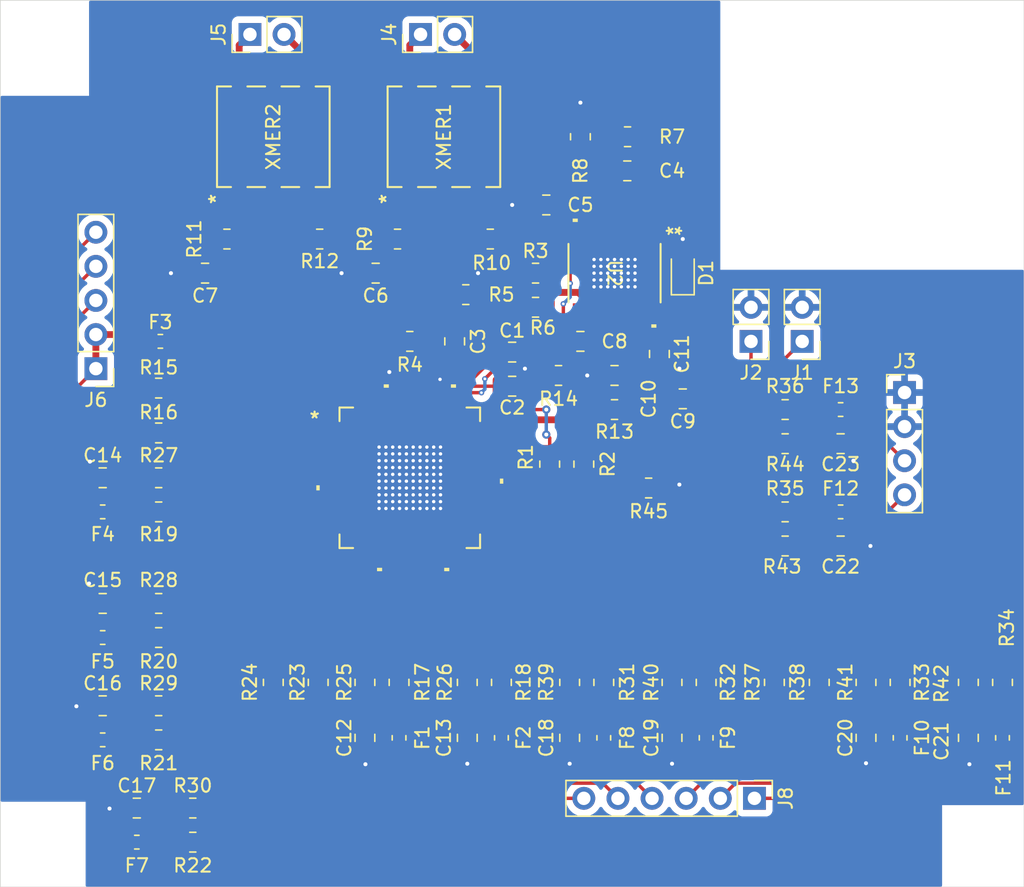
<source format=kicad_pcb>
(kicad_pcb (version 20221018) (generator pcbnew)
  (layers (0 "F.Cu" signal) (31 "B.Cu" power) (34 "B.Paste" user) (35 "F.Paste" user) (36 "B.SilkS" user "B.Silkscreen") (37 "F.SilkS" user "F.Silkscreen") (38 "B.Mask" user) (39 "F.Mask" user) (44 "Edge.Cuts" user))
  (net 0 "")
  (net 1 "Net-(D1-K)")
  (net 2 "Net-(C6-Pad1)")
  (net 3 "Net-(C14-Pad1)")
  (net 4 "Net-(C15-Pad1)")
  (net 5 "Net-(C16-Pad1)")
  (net 6 "Net-(C17-Pad1)")
  (net 7 "Net-(C18-Pad1)")
  (net 8 "Net-(C19-Pad1)")
  (net 9 "Net-(C20-Pad1)")
  (net 10 "Net-(C21-Pad1)")
  (net 11 "Net-(C22-Pad1)")
  (net 12 "Net-(C23-Pad1)")
  (net 13 "Net-(C7-Pad1)")
  (net 14 "/Vref2")
  (net 15 "Net-(C12-Pad1)")
  (net 16 "Net-(C13-Pad1)")
  (net 17 "/CellConnections/C1")
  (net 18 "/CellConnections/C2")
  (net 19 "/CellConnections/C3")
  (net 20 "/CellConnections/C4")
  (net 21 "/CellConnections/C5")
  (net 22 "/CellConnections/C6")
  (net 23 "/CellConnections/C7")
  (net 24 "/CellConnections/C8")
  (net 25 "/CellConnections/C9")
  (net 26 "/CellConnections/C10")
  (net 27 "/CellConnections/C11")
  (net 28 "/CellConnections/C12")
  (net 36 "/HiPwrEnable")
  (net 37 "/VReg")
  (net 39 "B+")
  (net 40 "/Vref1")
  (net 41 "Net-(U1-SDO(NC))")
  (net 42 "/IBIAS")
  (net 43 "/ICMP")
  (net 44 "Net-(U1-WDT)")
  (net 45 "/INTVcc")
  (net 46 "Net-(U2-VIN)")
  (net 51 "GNDREF")
  (net 52 "Net-(U2-RT)")
  (net 54 "Net-(U2-TR{slash}SS)")
  (net 56 "Net-(U2-IND)")
  (net 60 "C8_BMS")
  (net 61 "S9_BMS")
  (net 62 "C12_BMS")
  (net 63 "C11_BMS")
  (net 64 "S12_BMS")
  (net 65 "C10_BMS")
  (net 66 "S11_BMS")
  (net 67 "C9_BMS")
  (net 68 "S10_BMS")
  (net 69 "C7_BMS")
  (net 70 "S8_BMS")
  (net 71 "C6_BMS")
  (net 72 "S7_BMS")
  (net 73 "C5_BMS")
  (net 74 "S6_BMS")
  (net 75 "C4_BMS")
  (net 76 "S5_BMS")
  (net 77 "C3_BMS")
  (net 78 "S4_BMS")
  (net 79 "C2_BMS")
  (net 80 "S3_BMS")
  (net 81 "C1_BMS")
  (net 82 "S2_BMS")
  (net 83 "C0_BMS")
  (net 84 "S1_BMS")
  (net 85 "/Temp1")
  (net 86 "/Temp2")
  (net 91 "C18_BMS")
  (net 92 "C17_BMS")
  (net 93 "S16_BMS")
  (net 94 "S15_BMS")
  (net 95 "S14_BMS")
  (net 96 "S13_BMS")
  (net 97 "C16_BMS")
  (net 98 "C15_BMS")
  (net 99 "C14_BMS")
  (net 100 "C13_BMS")
  (net 101 "S18_BMS")
  (net 102 "S17_BMS")
  (net 103 "Net-(U2-FB)")
  (net 104 "/spiA_P")
  (net 105 "/spiA_N")
  (net 106 "/spiB_P")
  (net 107 "/spiB_N")
  (net 108 "Net-(J4-Pin_1)")
  (net 109 "Net-(J4-Pin_2)")
  (net 110 "Net-(J5-Pin_1)")
  (net 111 "Net-(J5-Pin_2)")
  (footprint "Fuse:Fuse_0603_1608Metric" (layer "F.Cu") (at 116.04 95.57 90)
    (fp_text reference "F9")
    (fp_text value "0.25A" hide)
  )
  (footprint "Capacitor_SMD:C_0805_2012Metric" (layer "F.Cu") (at 135.56 95.57 -90)
    (fp_text reference "C21")
    (fp_text value "10nF" hide)
  )
  (footprint "Resistor_SMD:R_0805_2012Metric" (layer "F.Cu") (at 105.88 91.44 -90)
    (fp_text reference "R39")
    (fp_text value "10" hide)
  )
  (footprint "Fuse:Fuse_0603_1608Metric" (layer "F.Cu") (at 126.05 71.12 180)
    (fp_text reference "F13")
    (fp_text value "0.25A" hide)
  )
  (footprint "Fuse:Fuse_0603_1608Metric" (layer "F.Cu") (at 73.66 103.34)
    (fp_text reference "F7")
    (fp_text value "0.25A" hide)
  )
  (footprint "Resistor_SMD:R_0805_2012Metric" (layer "F.Cu") (at 75.2875 88.1)
    (fp_text reference "R20")
    (fp_text value "30" hide)
  )
  (footprint "Connector_PinHeader_2.54mm:PinHeader_1x02_P2.54mm_Vertical" (layer "F.Cu") (at 123.19 66.045 180)
    (fp_text reference "J1")
    (fp_text value "Conn_01x02_Pin" hide)
  )
  (footprint "Resistor_SMD:R_0805_2012Metric" (layer "F.Cu") (at 99.9725 58.42 180)
    (fp_text reference "R10")
    (fp_text value "49.9" hide)
  )
  (footprint "Resistor_SMD:R_0805_2012Metric" (layer "F.Cu") (at 75.2875 85.56 180)
    (fp_text reference "R28")
    (fp_text value "10" hide)
  )
  (footprint "Capacitor_SMD:C_0805_2012Metric" (layer "F.Cu") (at 91.44 60.96 180)
    (fp_text reference "C6")
    (fp_text value "10nF" hide)
  )
  (footprint "Resistor_SMD:R_0805_2012Metric" (layer "F.Cu") (at 121.92 78.74 180)
    (fp_text reference "R35")
    (fp_text value "30" hide)
  )
  (footprint "Capacitor_SMD:C_0805_2012Metric" (layer "F.Cu") (at 126.05 73.66)
    (fp_text reference "C23")
    (fp_text value "10nF" hide)
  )
  (footprint "Fuse:Fuse_0603_1608Metric" (layer "F.Cu") (at 71.12 88.1)
    (fp_text reference "F5")
    (fp_text value "0.25A" hide)
  )
  (footprint "Resistor_SMD:R_0805_2012Metric" (layer "F.Cu") (at 100.8 91.44 90)
    (fp_text reference "R18")
    (fp_text value "30" hide)
  )
  (footprint "Capacitor_SMD:C_0805_2012Metric" (layer "F.Cu") (at 98.26 95.57 -90)
    (fp_text reference "C13")
    (fp_text value "10nF" hide)
  )
  (footprint "Fuse:Fuse_0603_1608Metric" (layer "F.Cu") (at 100.8 95.57 90)
    (fp_text reference "F2")
    (fp_text value "0.25A" hide)
  )
  (footprint "Capacitor_SMD:C_0805_2012Metric" (layer "F.Cu") (at 90.64 95.57 -90)
    (fp_text reference "C12")
    (fp_text value "10nF" hide)
  )
  (footprint "Resistor_SMD:R_0805_2012Metric" (layer "F.Cu") (at 75.2875 93.18 180)
    (fp_text reference "R29")
    (fp_text value "10" hide)
  )
  (footprint "Fuse:Fuse_0603_1608Metric" (layer "F.Cu") (at 108.42 95.57 90)
    (fp_text reference "F8")
    (fp_text value "0.25A" hide)
  )
  (footprint "footprints:HM2101NLT_PUL" (layer "F.Cu") (at 83.82 50.8 90)
    (fp_text reference "XMER2")
    (fp_text value "HM2101NLT")
  )
  (footprint "Fuse:Fuse_0603_1608Metric" (layer "F.Cu") (at 93.18 95.57 90)
    (fp_text reference "F1")
    (fp_text value "0.25A" hide)
  )
  (footprint "Connector_PinHeader_2.54mm:PinHeader_1x02_P2.54mm_Vertical" (layer "F.Cu") (at 94.78 43.18 90)
    (fp_text reference "J4")
    (fp_text value "Conn_01x02_Pin" hide)
  )
  (footprint "Diode_SMD:D_SOD-323" (layer "F.Cu") (at 114.3 60.96 90)
    (fp_text reference "D1")
    (fp_text value "1N4148" hide)
  )
  (footprint "Resistor_SMD:R_0805_2012Metric" (layer "F.Cu") (at 98.26 91.44 -90)
    (fp_text reference "R26")
    (fp_text value "10" hide)
  )
  (footprint "Resistor_SMD:R_0805_2012Metric" (layer "F.Cu") (at 121.92 71.12 180)
    (fp_text reference "R36")
    (fp_text value "30" hide)
  )
  (footprint "Resistor_SMD:R_0805_2012Metric" (layer "F.Cu") (at 127.94 91.44 -90)
    (fp_text reference "R41")
    (fp_text value "10" hide)
  )
  (footprint "Resistor_SMD:R_0805_2012Metric" (layer "F.Cu") (at 93.18 91.44 90)
    (fp_text reference "R17")
    (fp_text value "30" hide)
  )
  (footprint "Resistor_SMD:R_0805_2012Metric" (layer "F.Cu") (at 103.34 63.5)
    (fp_text reference "R6")
    (fp_text value "5k" hide)
  )
  (footprint "Resistor_SMD:R_0805_2012Metric" (layer "F.Cu") (at 83.82 91.44 -90)
    (fp_text reference "R24")
    (fp_text value "10" hide)
  )
  (footprint "Capacitor_SMD:C_0805_2012Metric" (layer "F.Cu") (at 105.88 95.57 -90)
    (fp_text reference "C18")
    (fp_text value "10nF" hide)
  )
  (footprint "Capacitor_SMD:C_0805_2012Metric" (layer "F.Cu") (at 71.12 76.2 180)
    (fp_text reference "C14")
    (fp_text value "10nF" hide)
  )
  (footprint "footprints:SW-64-2_ADI" (layer "F.Cu") (at 93.98 76.2)
    (fp_text reference "U1" hide)
    (fp_text value "ADBMS1818ASWAZ")
  )
  (footprint "Capacitor_SMD:C_0805_2012Metric" (layer "F.Cu") (at 110.17 53.34 180)
    (fp_text reference "C4")
    (fp_text value "2.2uf" hide)
  )
  (footprint "Resistor_SMD:R_0805_2012Metric" (layer "F.Cu") (at 138.1 91.44 90)
    (fp_text reference "R34")
    (fp_text value "30" hide)
  )
  (footprint "Fuse:Fuse_0603_1608Metric" (layer "F.Cu") (at 71.12 78.74)
    (fp_text reference "F4")
    (fp_text value "0.25A" hide)
  )
  (footprint "Capacitor_SMD:C_0805_2012Metric" (layer "F.Cu") (at 97.32 66.04 90)
    (fp_text reference "C3")
    (fp_text value "1uF" hide)
  )
  (footprint "Fuse:Fuse_0603_1608Metric" (layer "F.Cu") (at 75.4125 66.04)
    (fp_text reference "F3")
    (fp_text value "1A" hide)
  )
  (footprint "MountingHole:MountingHole_2.7mm_M2.5" (layer "F.Cu") (at 66.548 43.688)
    (fp_text reference "H1" hide)
    (fp_text value "MountingHole" hide)
  )
  (footprint "Resistor_SMD:R_0805_2012Metric" (layer "F.Cu") (at 98.1475 62.56)
    (fp_text reference "R5")
    (fp_text value "1k" hide)
  )
  (footprint "Connector_PinHeader_2.54mm:PinHeader_1x06_P2.54mm_Vertical" (layer "F.Cu") (at 119.634 100.076 -90)
    (fp_text reference "J8")
    (fp_text value "Conn_01x06_Pin" hide)
  )
  (footprint "Fuse:Fuse_0603_1608Metric" (layer "F.Cu") (at 71.12 95.72)
    (fp_text reference "F6")
    (fp_text value "0.25A" hide)
  )
  (footprint "Connector_PinHeader_2.54mm:PinHeader_1x02_P2.54mm_Vertical" (layer "F.Cu") (at 82.08 43.18 90)
    (fp_text reference "J5")
    (fp_text value "Conn_01x02_Pin" hide)
  )
  (footprint "Capacitor_SMD:C_0805_2012Metric" (layer "F.Cu") (at 71.12 85.56 180)
    (fp_text reference "C15")
    (fp_text value "10nF" hide)
  )
  (footprint "Fuse:Fuse_0603_1608Metric" (layer "F.Cu") (at 126.05 78.74 180)
    (fp_text reference "F12")
    (fp_text value "0.25A" hide)
  )
  (footprint "Resistor_SMD:R_0805_2012Metric" (layer "F.Cu") (at 121.92 81.28)
    (fp_text reference "R43")
    (fp_text value "10" hide)
  )
  (footprint "Resistor_SMD:R_0805_2012Metric" (layer "F.Cu") (at 121.92 73.66)
    (fp_text reference "R44")
    (fp_text value "10" hide)
  )
  (footprint "footprints:HM2101NLT_PUL" (layer "F.Cu") (at 96.52 50.8 90)
    (fp_text reference "XMER1")
    (fp_text value "HM2101NLT")
  )
  (footprint "Resistor_SMD:R_0805_2012Metric" (layer "F.Cu") (at 75.2875 95.72)
    (fp_text reference "R21")
    (fp_text value "30" hide)
  )
  (footprint "Resistor_SMD:R_0805_2012Metric" (layer "F.Cu") (at 75.2875 69.52 180)
    (fp_text reference "R15")
    (fp_text value "10" hide)
  )
  (footprint "Resistor_SMD:R_0805_2012Metric" (layer "F.Cu") (at 121.12 91.44 -90)
    (fp_text reference "R37")
    (fp_text value "10" hide)
  )
  (footprint "Capacitor_SMD:C_0805_2012Metric" (layer "F.Cu") (at 114.3 70.32 180)
    (fp_text reference "C9")
    (fp_text value "0.1uF" hide)
  )
  (footprint "Capacitor_SMD:C_0805_2012Metric" (layer "F.Cu") (at 112.56 66.98 -90)
    (fp_text reference "C11")
    (fp_text value "0.1uF" hide)
  )
  (footprint "Resistor_SMD:R_0805_2012Metric" (layer "F.Cu") (at 75.2875 72.86 180)
    (fp_text reference "R16")
    (fp_text value "10" hide)
  )
  (footprint "Resistor_SMD:R_0805_2012Metric" (layer "F.Cu") (at 93.0675 58.42 180)
    (fp_text reference "R9")
    (fp_text value "49.9" hide)
  )
  (footprint "Resistor_SMD:R_0805_2012Metric" (layer "F.Cu") (at 108.42 91.44 90)
    (fp_text reference "R31")
    (fp_text value "30" hide)
  )
  (footprint "Capacitor_SMD:C_0805_2012Metric" (layer "F.Cu") (at 104.14 55.88 180)
    (fp_text reference "C5")
    (fp_text value "100pF" hide)
  )
  (footprint "Capacitor_SMD:C_0805_2012Metric" (layer "F.Cu") (at 101.6 66.84)
    (fp_text reference "C1")
    (fp_text value "1uF" hide)
  )
  (footprint "Resistor_SMD:R_0805_2012Metric" (layer "F.Cu") (at 104.394 75.184 -90)
    (fp_text reference "R1")
    (fp_text value "10K" hide)
  )
  (footprint "Resistor_SMD:R_0805_2012Metric" (layer "F.Cu") (at 75.2875 76.2 180)
    (fp_text reference "R27")
    (fp_text value "10" hide)
  )
  (footprint "MountingHole:MountingHole_2.7mm_M2.5" (layer "F.Cu") (at 66.548 103.632)
    (fp_text reference "H4" hide)
    (fp_text value "MountingHole" hide)
  )
  (footprint "Resistor_SMD:R_0805_2012Metric" (layer "F.Cu") (at 130.48 91.44 90)
    (fp_text reference "R33")
    (fp_text value "30" hide)
  )
  (footprint "Capacitor_SMD:C_0805_2012Metric" (layer "F.Cu") (at 113.5 95.57 -90)
    (fp_text reference "C19")
    (fp_text value "10nF" hide)
  )
  (footprint "Resistor_SMD:R_0805_2012Metric" (layer "F.Cu") (at 77.8275 100.8 180)
    (fp_text reference "R30")
    (fp_text value "10" hide)
  )
  (footprint "Resistor_SMD:R_0805_2012Metric" (layer "F.Cu") (at 75.2875 78.74)
    (fp_text reference "R19")
    (fp_text value "30" hide)
  )
  (footprint "Resistor_SMD:R_0805_2012Metric" (layer "F.Cu") (at 109.22 71.12 180)
    (fp_text reference "R13")
    (fp_text value "1M" hide)
  )
  (footprint "MountingHole:MountingHole_2.7mm_M2.5" (layer "F.Cu") (at 136.652 103.632)
    (fp_text reference "H3" hide)
    (fp_text value "MountingHole" hide)
  )
  (footprint "Resistor_SMD:R_0805_2012Metric" (layer "F.Cu") (at 77.8275 103.34)
    (fp_text reference "R22")
    (fp_text value "30" hide)
  )
  (footprint "Resistor_SMD:R_0805_2012Metric" (layer "F.Cu") (at 80.3675 58.42 180)
    (fp_text reference "R11")
    (fp_text value "49.9" hide)
  )
  (footprint "Resistor_SMD:R_0805_2012Metric" (layer "F.Cu") (at 106.68 50.8 90)
    (fp_text reference "R8")
    (fp_text value "25.5k" hide)
  )
  (footprint "Resistor_SMD:R_0805_2012Metric" (layer "F.Cu") (at 106.934 75.184 -90)
    (fp_text reference "R2")
    (fp_text value "10K" hide)
  )
  (footprint "Resistor_SMD:R_0805_2012Metric" (layer "F.Cu") (at 135.56 91.44 -90)
    (fp_text reference "R42")
    (fp_text value "10" hide)
  )
  (footprint "Fuse:Fuse_0603_1608Metric" (layer "F.Cu") (at 138.1 95.57 90)
    (fp_text reference "F11")
    (fp_text value "0.25A" hide)
  )
  (footprint "Resistor_SMD:R_0805_2012Metric" (layer "F.Cu") (at 103.34 60.96)
    (fp_text reference "R3")
    (fp_text value "1M" hide)
  )
  (footprint "Capacitor_SMD:C_0805_2012Metric" (layer "F.Cu") (at 106.68 66.04 180)
    (fp_text reference "C8")
    (fp_text value "4.7pF" hide)
  )
  (footprint "Connector_PinHeader_2.54mm:PinHeader_1x02_P2.54mm_Vertical" (layer "F.Cu") (at 119.38 66.045 180)
    (fp_text reference "J2")
    (fp_text value "Conn_01x02_Pin" hide)
  )
  (footprint "Resistor_SMD:R_0805_2012Metric" (layer "F.Cu") (at 105.0525 68.58)
    (fp_text reference "R14")
    (fp_text value "191K" hide)
  )
  (footprint "Capacitor_SMD:C_0805_2012Metric" (layer "F.Cu") (at 126.05 81.28)
    (fp_text reference "C22")
    (fp_text value "10nF" hide)
  )
  (footprint "Capacitor_SMD:C_0805_2012Metric" (layer "F.Cu") (at 101.6 69.38)
    (fp_text reference "C2")
    (fp_text value "1uF" hide)
  )
  (footprint "Resistor_SMD:R_0805_2012Metric" (layer "F.Cu") (at 113.5 91.44 -90)
    (fp_text reference "R40")
    (fp_text value "10" hide)
  )
  (footprint "Resistor_SMD:R_0805_2012Metric" (layer "F.Cu") (at 93.98 66.04 180)
    (fp_text reference "R4")
    (fp_text value "3.01k" hide)
  )
  (footprint "Capacitor_SMD:C_0805_2012Metric" (layer "F.Cu") (at 73.66 100.8 180)
    (fp_text reference "C17")
    (fp_text value "10nF" hide)
  )
  (footprint "Fuse:Fuse_0603_1608Metric" (layer "F.Cu") (at 130.48 95.57 90)
    (fp_text reference "F10")
    (fp_text value "0.25A" hide)
  )
  (footprint "Resistor_SMD:R_0805_2012Metric" (layer "F.Cu") (at 111.76 76.962)
    (fp_text reference "R45")
    (fp_text value "10" hide)
  )
  (footprint "footprints:TSSOP-20_FE&slash_CB_LIT" (layer "F.Cu") (at 109.22 60.96 -90)
    (fp_text reference "U2")
    (fp_text value "LT8631EFE-PBF" hide)
  )
  (footprint "Capacitor_SMD:C_0805_2012Metric" (layer "F.Cu") (at 109.22 68.58 180)
    (fp_text reference "C10")
    (fp_text value "22uF" hide)
  )
  (footprint "Connector_PinHeader_2.54mm:PinHeader_1x05_P2.54mm_Vertical" (layer "F.Cu") (at 70.612 68.072 180)
    (fp_text reference "J6")
    (fp_text value "Conn_01x05_Pin" hide)
  )
  (footprint "Connector_PinHeader_2.54mm:PinHeader_1x04_P2.54mm_Vertical" (layer "F.Cu") (at 130.81 69.85)
    (fp_text reference "J3")
    (fp_text value "Conn_01x04_Pin" hide)
  )
  (footprint "Capacitor_SMD:C_0805_2012Metric" (layer "F.Cu") (at 127.94 95.57 -90)
    (fp_text reference "C20")
    (fp_text value "10nF" hide)
  )
  (footprint "MountingHole:MountingHole_2.7mm_M2.5" (layer "F.Cu") (at 136.652 43.688)
    (fp_text reference "H2" hide)
    (fp_text value "MountingHole" hide)
  )
  (footprint "Capacitor_SMD:C_0805_2012Metric" (layer "F.Cu") (at 71.12 93.18 180)
    (fp_text reference "C16")
    (fp_text value "10nF" hide)
  )
  (footprint "Resistor_SMD:R_0805_2012Metric" (layer "F.Cu") (at 90.64 91.44 -90)
    (fp_text reference "R25")
    (fp_text value "10" hide)
  )
  (footprint "Capacitor_SMD:C_0805_2012Metric" (layer "F.Cu") (at 78.74 60.96 180)
    (fp_text reference "C7")
    (fp_text value "10nF" hide)
  )
  (footprint "Resistor_SMD:R_0805_2012Metric" (layer "F.Cu") (at 124.46 91.44 -90)
    (fp_text reference "R38")
    (fp_text value "10" hide)
  )
  (footprint "Resistor_SMD:R_0805_2012Metric" (layer "F.Cu") (at 87.16 91.44 -90)
    (fp_text reference "R23")
    (fp_text value "10" hide)
  )
  (footprint "Resistor_SMD:R_0805_2012Metric" (layer "F.Cu") (at 87.2725 58.42 180)
    (fp_text reference "R12")
    (fp_text value "49.9" hide)
  )
  (footprint "Resistor_SMD:R_0805_2012Metric" (layer "F.Cu") (at 110.19 50.8 180)
    (fp_text reference "R7")
    (fp_text value "100" hide)
  )
  (footprint "Resistor_SMD:R_0805_2012Metric" (layer "F.Cu") (at 116.04 91.44 90)
    (fp_text reference "R32")
    (fp_text value "30" hide)
  )
  (gr_rect (start 63.5 40.64) (end 139.7 106.68) (stroke (width 0.05)) (fill none) (layer "Edge.Cuts"))
  (segment (start 112.25403 63.754) (end 112.14608 63.86195) (width 0.254) (layer "F.Cu") (net 1))
  (segment (start 112.14608 63.86195) (end 115.25 66.96587) (width 0.254) (layer "F.Cu") (net 1))
  (segment (start 112.14608 63.86195) (end 112.14608 62.9539) (width 0.254) (layer "F.Cu") (net 1))
  (segment (start 114.046 63.754) (end 112.25403 63.754) (width 0.254) (layer "F.Cu") (net 1))
  (segment (start 114.3 62.01) (end 114.3 63.5) (width 0.254) (layer "F.Cu") (net 1))
  (segment (start 111.80318 62.611) (end 111.1885 62.611) (width 0.254) (layer "F.Cu") (net 1))
  (segment (start 111.1885 62.611) (end 110.8456 62.9539) (width 0.254) (layer "F.Cu") (net 1))
  (segment (start 115.25 66.96587) (end 115.25 70.32) (width 0.254) (layer "F.Cu") (net 1))
  (segment (start 110.8456 62.9539) (end 110.8456 63.86195) (width 0.254) (layer "F.Cu") (net 1))
  (segment (start 114.3 63.5) (end 114.046 63.754) (width 0.254) (layer "F.Cu") (net 1))
  (segment (start 112.14608 62.9539) (end 111.80318 62.611) (width 0.254) (layer "F.Cu") (net 1))
  (segment (start 92.155 58.42) (end 92.155 55.4952) (width 0.254) (layer "F.Cu") (net 2))
  (segment (start 92.155 55.4952) (end 93.4212 54.229) (width 0.254) (layer "F.Cu") (net 2))
  (segment (start 100.885 54.911) (end 100.885 58.42) (width 0.254) (layer "F.Cu") (net 2))
  (segment (start 92.39 58.655) (end 92.155 58.42) (width 0.254) (layer "F.Cu") (net 2))
  (segment (start 100.203 54.229) (end 100.885 54.911) (width 0.254) (layer "F.Cu") (net 2))
  (segment (start 92.39 60.96) (end 92.39 58.655) (width 0.254) (layer "F.Cu") (net 2))
  (segment (start 93.4212 54.229) (end 100.203 54.229) (width 0.254) (layer "F.Cu") (net 2))
  (segment (start 74.375 69.52) (end 74.375 72.86) (width 0.25) (layer "F.Cu") (net 3))
  (segment (start 74.375 78.74) (end 74.375 76.2) (width 0.762) (layer "F.Cu") (net 3))
  (segment (start 74.375 76.2) (end 72.07 76.2) (width 0.25) (layer "F.Cu") (net 3))
  (segment (start 74.375 78.74) (end 71.9075 78.74) (width 0.762) (layer "F.Cu") (net 3))
  (segment (start 74.375 76.2) (end 74.375 72.86) (width 0.25) (layer "F.Cu") (net 3))
  (segment (start 74.375 85.56) (end 72.07 85.56) (width 0.25) (layer "F.Cu") (net 4))
  (segment (start 74.375 88.1) (end 74.375 85.56) (width 0.762) (layer "F.Cu") (net 4))
  (segment (start 74.375 88.1) (end 71.9075 88.1) (width 0.762) (layer "F.Cu") (net 4))
  (segment (start 74.375 95.72) (end 71.9075 95.72) (width 0.762) (layer "F.Cu") (net 5))
  (segment (start 74.375 95.72) (end 74.375 93.18) (width 0.762) (layer "F.Cu") (net 5))
  (segment (start 72.07 93.18) (end 74.375 93.18) (width 0.25) (layer "F.Cu") (net 5))
  (segment (start 76.915 103.34) (end 74.4475 103.34) (width 0.762) (layer "F.Cu") (net 6))
  (segment (start 74.61 100.8) (end 76.915 100.8) (width 0.25) (layer "F.Cu") (net 6))
  (segment (start 76.915 103.34) (end 76.915 100.8) (width 0.762) (layer "F.Cu") (net 6))
  (segment (start 108.42 92.3525) (end 105.88 92.3525) (width 0.762) (layer "F.Cu") (net 7))
  (segment (start 105.88 92.3525) (end 105.88 94.62) (width 0.25) (layer "F.Cu") (net 7))
  (segment (start 108.42 92.3525) (end 108.42 94.7825) (width 0.762) (layer "F.Cu") (net 7))
  (segment (start 113.5 92.3525) (end 113.5 94.62) (width 0.25) (layer "F.Cu") (net 8))
  (segment (start 116.04 92.3525) (end 113.5 92.3525) (width 0.762) (layer "F.Cu") (net 8))
  (segment (start 116.04 94.7825) (end 116.04 92.3525) (width 0.762) (layer "F.Cu") (net 8))
  (segment (start 130.48 92.3525) (end 127.94 92.3525) (width 0.762) (layer "F.Cu") (net 9))
  (segment (start 124.46 92.3525) (end 127.94 92.3525) (width 0.25) (layer "F.Cu") (net 9))
  (segment (start 130.3175 94.62) (end 130.48 94.7825) (width 0.25) (layer "F.Cu") (net 9))
  (segment (start 127.94 94.62) (end 127.94 92.3525) (width 0.25) (layer "F.Cu") (net 9))
  (segment (start 121.12 92.3525) (end 124.46 92.3525) (width 0.25) (layer "F.Cu") (net 9))
  (segment (start 130.48 92.3525) (end 130.48 94.7825) (width 0.762) (layer "F.Cu") (net 9))
  (segment (start 127.94 94.62) (end 130.3175 94.62) (width 0.25) (layer "F.Cu") (net 9))
  (segment (start 138.1 92.3525) (end 138.1 94.7825) (width 0.762) (layer "F.Cu") (net 10))
  (segment (start 135.56 92.3525) (end 135.56 94.62) (width 0.25) (layer "F.Cu") (net 10))
  (segment (start 138.1 92.3525) (end 135.56 92.3525) (width 0.762) (layer "F.Cu") (net 10))
  (segment (start 122.8325 81.28) (end 125.1 81.28) (width 0.254) (layer "F.Cu") (net 11))
  (segment (start 122.8325 78.74) (end 125.2625 78.74) (width 0.762) (layer "F.Cu") (net 11))
  (segment (start 122.8325 78.74) (end 122.8325 81.28) (width 0.762) (layer "F.Cu") (net 11))
  (segment (start 122.8325 71.12) (end 125.2625 71.12) (width 0.762) (layer "F.Cu") (net 12))
  (segment (start 122.8325 73.66) (end 125.1 73.66) (width 0.254) (layer "F.Cu") (net 12))
  (segment (start 122.8325 71.12) (end 122.8325 73.66) (width 0.762) (layer "F.Cu") (net 12))
  (segment (start 88.185 55.4952) (end 86.065722 53.375922) (width 0.254) (layer "F.Cu") (net 13))
  (segment (start 79.455 55.4952) (end 79.455 58.42) (width 0.254) (layer "F.Cu") (net 13))
  (segment (start 88.185 58.42) (end 88.185 55.4952) (width 0.254) (layer "F.Cu") (net 13))
  (segment (start 79.455 58.42) (end 79.4785 58.4435) (width 0.254) (layer "F.Cu") (net 13))
  (segment (start 79.69 58.655) (end 79.455 58.42) (width 0.254) (layer "F.Cu") (net 13))
  (segment (start 81.574278 53.375922) (end 79.455 55.4952) (width 0.254) (layer "F.Cu") (net 13))
  (segment (start 79.69 60.96) (end 79.69 58.655) (width 0.254) (layer "F.Cu") (net 13))
  (segment (start 86.065722 53.375922) (end 81.574278 53.375922) (width 0.254) (layer "F.Cu") (net 13))
  (segment (start 102.39 71.12) (end 104.14 71.12) (width 0.254) (layer "F.Cu") (net 14))
  (segment (start 97.230001 70.4215) (end 97.230001 69.598893) (width 0.254) (layer "F.Cu") (net 14))
  (segment (start 104.14 71.12) (end 103.886 71.12) (width 0.254) (layer "F.Cu") (net 14))
  (segment (start 104.394 74.2715) (end 104.394 73.2371) (width 0.254) (layer "F.Cu") (net 14))
  (segment (start 97.230001 69.598893) (end 97.448894 69.38) (width 0.254) (layer "F.Cu") (net 14))
  (segment (start 97.448894 69.38) (end 100.65 69.38) (width 0.254) (layer "F.Cu") (net 14))
  (segment (start 106.934 74.2715) (end 104.394 74.2715) (width 0.254) (layer "F.Cu") (net 14))
  (segment (start 104.394 73.2371) (end 104.14 72.9831) (width 0.254) (layer "F.Cu") (net 14))
  (segment (start 100.65 69.38) (end 102.39 71.12) (width 0.254) (layer "F.Cu") (net 14))
  (via (at 104.14 71.12) (size 0.61) (drill 0.3) (layers "F.Cu" "B.Cu") (net 14))
  (via (at 104.14 72.9831) (size 0.61) (drill 0.3) (layers "F.Cu" "B.Cu") (net 14))
  (segment (start 104.14 71.12) (end 104.14 72.9831) (width 0.254) (layer "B.Cu") (net 14))
  (segment (start 83.82 92.3525) (end 87.16 92.3525) (width 0.25) (layer "F.Cu") (net 15))
  (segment (start 93.18 92.3525) (end 90.64 92.3525) (width 0.762) (layer "F.Cu") (net 15))
  (segment (start 93.18 92.3525) (end 93.18 94.7825) (width 0.762) (layer "F.Cu") (net 15))
  (segment (start 87.16 92.3525) (end 90.64 92.3525) (width 0.25) (layer "F.Cu") (net 15))
  (segment (start 90.64 92.3525) (end 90.64 94.62) (width 0.25) (layer "F.Cu") (net 15))
  (segment (start 98.26 92.3525) (end 98.26 94.62) (width 0.25) (layer "F.Cu") (net 16))
  (segment (start 100.8 92.3525) (end 100.8 94.7825) (width 0.762) (layer "F.Cu") (net 16))
  (segment (start 100.8 92.3525) (end 98.26 92.3525) (width 0.762) (layer "F.Cu") (net 16))
  (segment (start 130.81 74.93) (end 127 71.12) (width 0.254) (layer "F.Cu") (net 17))
  (segment (start 127 71.12) (end 126.8375 71.12) (width 0.254) (layer "F.Cu") (net 17))
  (segment (start 130.81 77.47) (end 129.54 78.74) (width 0.254) (layer "F.Cu") (net 18))
  (segment (start 129.54 78.74) (end 126.8375 78.74) (width 0.254) (layer "F.Cu") (net 18))
  (segment (start 134.3815 100.076) (end 138.1 96.3575) (width 0.254) (layer "F.Cu") (net 19))
  (segment (start 119.634 100.076) (end 134.3815 100.076) (width 0.254) (layer "F.Cu") (net 19))
  (segment (start 127.8909 98.9466) (end 130.48 96.3575) (width 0.254) (layer "F.Cu") (net 20))
  (segment (start 118.2234 98.9466) (end 127.8909 98.9466) (width 0.254) (layer "F.Cu") (net 20))
  (segment (start 117.094 100.076) (end 118.2234 98.9466) (width 0.254) (layer "F.Cu") (net 20))
  (segment (start 114.554 100.076) (end 116.04 98.59) (width 0.254) (layer "F.Cu") (net 21))
  (segment (start 116.04 98.59) (end 116.04 96.3575) (width 0.254) (layer "F.Cu") (net 21))
  (segment (start 108.42 96.482) (end 108.42 96.3575) (width 0.254) (layer "F.Cu") (net 22))
  (segment (start 112.014 100.076) (end 108.42 96.482) (width 0.254) (layer "F.Cu") (net 22))
  (segment (start 109.474 100.076) (end 108.3446 98.9466) (width 0.254) (layer "F.Cu") (net 23))
  (segment (start 103.3891 98.9466) (end 100.8 96.3575) (width 0.254) (layer "F.Cu") (net 23))
  (segment (start 108.3446 98.9466) (end 103.3891 98.9466) (width 0.254) (layer "F.Cu") (net 23))
  (segment (start 106.934 100.076) (end 96.8985 100.076) (width 0.254) (layer "F.Cu") (net 24))
  (segment (start 96.8985 100.076) (end 93.18 96.3575) (width 0.254) (layer "F.Cu") (net 24))
  (segment (start 73.4894 102.7231) (end 73.4894 99.9054) (width 0.254) (layer "F.Cu") (net 25))
  (segment (start 68.1714 97.1274) (end 68.1714 60.3526) (width 0.254) (layer "F.Cu") (net 25))
  (segment (start 72.8725 103.34) (end 73.4894 102.7231) (width 0.254) (layer "F.Cu") (net 25))
  (segment (start 73.4894 99.9054) (end 72.136 98.552) (width 0.254) (layer "F.Cu") (net 25))
  (segment (start 69.596 98.552) (end 68.1714 97.1274) (width 0.254) (layer "F.Cu") (net 25))
  (segment (start 72.136 98.552) (end 69.596 98.552) (width 0.254) (layer "F.Cu") (net 25))
  (segment (start 68.1714 60.3526) (end 70.612 57.912) (width 0.254) (layer "F.Cu") (net 25))
  (segment (start 68.5778 62.4862) (end 68.5778 93.9653) (width 0.254) (layer "F.Cu") (net 26))
  (segment (start 68.5778 93.9653) (end 70.3325 95.72) (width 0.254) (layer "F.Cu") (net 26))
  (segment (start 70.612 60.452) (end 68.5778 62.4862) (width 0.254) (layer "F.Cu") (net 26))
  (segment (start 68.9842 86.7517) (end 70.3325 88.1) (width 0.254) (layer "F.Cu") (net 27))
  (segment (start 68.9842 64.6198) (end 68.9842 86.7517) (width 0.254) (layer "F.Cu") (net 27))
  (segment (start 70.612 62.992) (end 68.9842 64.6198) (width 0.254) (layer "F.Cu") (net 27))
  (segment (start 69.3906 77.7981) (end 70.3325 78.74) (width 0.254) (layer "F.Cu") (net 28))
  (segment (start 70.612 68.072) (end 70.612 65.532) (width 0.508) (layer "F.Cu") (net 28))
  (segment (start 69.3906 69.2934) (end 69.3906 77.7981) (width 0.254) (layer "F.Cu") (net 28))
  (segment (start 74.117 65.532) (end 74.625 66.04) (width 0.508) (layer "F.Cu") (net 28))
  (segment (start 70.612 65.532) (end 74.117 65.532) (width 0.508) (layer "F.Cu") (net 28))
  (segment (start 70.612 68.072) (end 69.3906 69.2934) (width 0.254) (layer "F.Cu") (net 28))
  (segment (start 102.0584 65.8356) (end 101.4294 66.4646) (width 0.254) (layer "F.Cu") (net 36))
  (segment (start 105.41 63.246) (end 105.41 64.008) (width 0.254) (layer "F.Cu") (net 36))
  (segment (start 100.898612 68.072) (end 100.33 68.072) (width 0.254) (layer "F.Cu") (net 36))
  (segment (start 105.41 64.008) (end 103.5824 65.8356) (width 0.254) (layer "F.Cu") (net 36))
  (segment (start 101.4294 66.4646) (end 101.4294 67.541212) (width 0.254) (layer "F.Cu") (net 36))
  (segment (start 110.8456 58.9661) (end 110.6297 59.182) (width 0.254) (layer "F.Cu") (net 36))
  (segment (start 103.5824 65.8356) (end 102.0584 65.8356) (width 0.254) (layer "F.Cu") (net 36))
  (segment (start 105.918 60.4012) (end 105.918 61.722) (width 0.254) (layer "F.Cu") (net 36))
  (segment (start 100.33 68.072) (end 99.568 68.834) (width 0.254) (layer "F.Cu") (net 36))
  (segment (start 98.2894 69.8621) (end 97.73 70.4215) (width 0.254) (layer "F.Cu") (net 36))
  (segment (start 99.314 69.8621) (end 98.2894 69.8621) (width 0.254) (layer "F.Cu") (net 36))
  (segment (start 107.1372 59.182) (end 105.918 60.4012) (width 0.254) (layer "F.Cu") (net 36))
  (segment (start 110.8456 58.05805) (end 110.8456 58.9661) (width 0.254) (layer "F.Cu") (net 36))
  (segment (start 110.6297 59.182) (end 107.1372 59.182) (width 0.254) (layer "F.Cu") (net 36))
  (segment (start 101.4294 67.541212) (end 100.898612 68.072) (width 0.254) (layer "F.Cu") (net 36))
  (via (at 99.314 69.8621) (size 0.4064) (drill 0.2032) (layers "F.Cu" "B.Cu") (net 36))
  (via (at 105.41 63.246) (size 0.4064) (drill 0.2032) (layers "F.Cu" "B.Cu") (net 36))
  (via (at 105.918 61.722) (size 0.4064) (drill 0.2032) (layers "F.Cu" "B.Cu") (net 36))
  (via (at 99.568 68.834) (size 0.4064) (drill 0.2032) (layers "F.Cu" "B.Cu") (net 36))
  (segment (start 105.918 61.722) (end 105.918 62.738) (width 0.254) (layer "B.Cu") (net 36))
  (segment (start 99.314 69.85) (end 99.314 69.8621) (width 0.254) (layer "B.Cu") (net 36))
  (segment (start 99.568 68.834) (end 99.568 69.596) (width 0.254) (layer "B.Cu") (net 36))
  (segment (start 99.568 69.596) (end 99.314 69.85) (width 0.254) (layer "B.Cu") (net 36))
  (segment (start 105.918 62.738) (end 105.41 63.246) (width 0.254) (layer "B.Cu") (net 36))
  (segment (start 106.94416 63.0555) (end 106.46006 62.5714) (width 0.1524) (layer "F.Cu") (net 37))
  (segment (start 101.078101 72.403899) (end 99.7585 72.403899) (width 0.508) (layer "F.Cu") (net 37))
  (segment (start 103.5339 62.3936) (end 106.63786 62.3936) (width 0.508) (layer "F.Cu") (net 37))
  (segment (start 94.730001 68.901288) (end 96.039645 67.591644) (width 0.254) (layer "F.Cu") (net 37))
  (segment (start 106.63786 62.3936) (end 106.94416 62.6999) (width 0.508) (layer "F.Cu") (net 37))
  (segment (start 105.41 71.882) (end 101.6 71.882) (width 0.508) (layer "F.Cu") (net 37))
  (segment (start 101.6 71.882) (end 101.092 72.39) (width 0.508) (layer "F.Cu") (net 37))
  (segment (start 104.2525 62.4589) (end 104.14 62.5714) (width 0.1524) (layer "F.Cu") (net 37))
  (segment (start 101.092 72.39) (end 101.078101 72.403899) (width 0.508) (layer "F.Cu") (net 37))
  (segment (start 97.32 66.99) (end 100.81 63.5) (width 0.508) (layer "F.Cu") (net 37))
  (segment (start 101.092 72.39) (end 101.032 72.45) (width 0.254) (layer "F.Cu") (net 37))
  (segment (start 106.94416 63.86195) (end 106.94416 63.0555) (width 0.1524) (layer "F.Cu") (net 37))
  (segment (start 100.81 63.5) (end 102.4275 63.5) (width 0.508) (layer "F.Cu") (net 37))
  (segment (start 96.039645 67.591644) (end 96.718356 67.591644) (width 0.254) (layer "F.Cu") (net 37))
  (segment (start 107.63 66.04) (end 110.17 68.58) (width 0.508) (layer "F.Cu") (net 37))
  (segment (start 105.7544 72.2264) (end 105.41 71.882) (width 0.508) (layer "F.Cu") (net 37))
  (segment (start 96.718356 67.591644) (end 97.32 66.99) (width 0.254) (layer "F.Cu") (net 37))
  (segment (start 101.032 72.45) (end 99.7585 72.45) (width 0.254) (layer "F.Cu") (net 37))
  (segment (start 106.94416 62.6999) (end 106.94416 63.86195) (width 0.508) (layer "F.Cu") (net 37))
  (segment (start 110.1325 71.12) (end 109.0261 72.2264) (width 0.508) (layer "F.Cu") (net 37))
  (segment (start 94.730001 70.4215) (end 94.730001 68.901288) (width 0.254) (layer "F.Cu") (net 37))
  (segment (start 104.2525 60.96) (end 104.2525 62.4589) (width 0.1524) (layer "F.Cu") (net 37))
  (segment (start 106.46006 62.5714) (end 104.14 62.5714) (width 0.1524) (layer "F.Cu") (net 37))
  (segment (start 97.32 66.99) (end 97.014 67.296) (width 0.508) (layer "F.Cu") (net 37))
  (segment (start 110.17 71.0825) (end 110.1325 71.12) (width 0.508) (layer "F.Cu") (net 37))
  (segment (start 103.3561 62.5714) (end 102.4275 63.5) (width 0.1524) (layer "F.Cu") (net 37))
  (segment (start 110.17 68.58) (end 110.17 71.0825) (width 0.508) (layer "F.Cu") (net 37))
  (segment (start 109.0261 72.2264) (end 105.7544 72.2264) (width 0.508) (layer "F.Cu") (net 37))
  (segment (start 102.4275 63.5) (end 103.5339 62.3936) (width 0.508) (layer "F.Cu") (net 37))
  (segment (start 104.14 62.5714) (end 103.3561 62.5714) (width 0.1524) (layer "F.Cu") (net 37))
  (segment (start 106.94416 63.86195) (end 106.94416 65.35416) (width 0.508) (layer "F.Cu") (net 37))
  (segment (start 106.94416 65.35416) (end 107.63 66.04) (width 0.508) (layer "F.Cu") (net 37))
  (segment (start 102.616 51.054) (end 106.1214 47.5486) (width 0.508) (layer "F.Cu") (net 39))
  (segment (start 80.828699 66.04) (end 76.2 66.04) (width 0.25) (layer "F.Cu") (net 39))
  (segment (start 106.974672 47.5486) (end 109.2775 49.851428) (width 0.508) (layer "F.Cu") (net 39))
  (segment (start 82.883501 51.054) (end 102.616 51.054) (width 0.508) (layer "F.Cu") (net 39))
  (segment (start 75.4886 65.3286) (end 75.4886 58.448901) (width 0.508) (layer "F.Cu") (net 39))
  (segment (start 76.2 66.04) (end 75.4886 65.3286) (width 0.508) (layer "F.Cu") (net 39))
  (segment (start 87.238699 72.45) (end 80.828699 66.04) (width 0.25) (layer "F.Cu") (net 39))
  (segment (start 106.1214 47.5486) (end 106.974672 47.5486) (width 0.508) (layer "F.Cu") (net 39))
  (segment (start 109.2775 49.851428) (end 109.2775 50.8) (width 0.508) (layer "F.Cu") (net 39))
  (segment (start 88.2015 72.45) (end 87.238699 72.45) (width 0.25) (layer "F.Cu") (net 39))
  (segment (start 75.4886 58.448901) (end 82.883501 51.054) (width 0.508) (layer "F.Cu") (net 39))
  (segment (start 98.678 68.812) (end 100.65 66.84) (width 0.254) (layer "F.Cu") (net 40))
  (segment (start 96.73 70.4215) (end 96.73 69.4944) (width 0.254) (layer "F.Cu") (net 40))
  (segment (start 96.73 69.4944) (end 97.4124 68.812) (width 0.254) (layer "F.Cu") (net 40))
  (segment (start 97.4124 68.812) (end 98.678 68.812) (width 0.254) (layer "F.Cu") (net 40))
  (segment (start 103.2731 64.4794) (end 101.311212 64.4794) (width 0.254) (layer "F.Cu") (net 41))
  (segment (start 104.2525 63.5) (end 103.2731 64.4794) (width 0.254) (layer "F.Cu") (net 41))
  (segment (start 101.311212 64.511894) (end 101.311212 64.4794) (width 0.254) (layer "F.Cu") (net 41))
  (segment (start 96.073013 68.133012) (end 97.690094 68.133012) (width 0.254) (layer "F.Cu") (net 41))
  (segment (start 97.690094 68.133012) (end 101.311212 64.511894) (width 0.254) (layer "F.Cu") (net 41))
  (segment (start 95.23 68.976025) (end 96.073013 68.133012) (width 0.254) (layer "F.Cu") (net 41))
  (segment (start 95.23 70.4215) (end 95.23 68.976025) (width 0.254) (layer "F.Cu") (net 41))
  (segment (start 93.73 67.2025) (end 93.73 70.4215) (width 0.254) (layer "F.Cu") (net 42))
  (segment (start 94.8925 66.04) (end 93.73 67.2025) (width 0.254) (layer "F.Cu") (net 42))
  (segment (start 93.229999 66.202499) (end 93.229999 70.4215) (width 0.254) (layer "F.Cu") (net 43))
  (segment (start 93.0675 66.04) (end 93.229999 66.202499) (width 0.254) (layer "F.Cu") (net 43))
  (segment (start 97.235 62.56) (end 96.5475 62.56) (width 0.254) (layer "F.Cu") (net 43))
  (segment (start 96.5475 62.56) (end 93.0675 66.04) (width 0.254) (layer "F.Cu") (net 43))
  (segment (start 96.2174 64.3106) (end 95.746553 64.781447) (width 0.254) (layer "F.Cu") (net 44))
  (segment (start 95.746553 64.781447) (end 95.746553 67.31) (width 0.254) (layer "F.Cu") (net 44))
  (segment (start 94.23 70.4215) (end 94.23 68.826553) (width 0.254) (layer "F.Cu") (net 44))
  (segment (start 94.23 68.826553) (end 95.746553 67.31) (width 0.254) (layer "F.Cu") (net 44))
  (segment (start 99.0769 64.3106) (end 96.2174 64.3106) (width 0.254) (layer "F.Cu") (net 44))
  (segment (start 102.4275 60.96) (end 99.0769 64.3106) (width 0.254) (layer "F.Cu") (net 44))
  (segment (start 110.80512 66.03) (end 112.56 66.03) (width 0.254) (layer "F.Cu") (net 45))
  (segment (start 109.54512 63.86195) (end 109.54512 64.77) (width 0.254) (layer "F.Cu") (net 45))
  (segment (start 109.54512 64.77) (end 110.80512 66.03) (width 0.254) (layer "F.Cu") (net 45))
  (segment (start 111.1025 53.3225) (end 111.12 53.34) (width 0.254) (layer "F.Cu") (net 46))
  (segment (start 112.14608 54.36608) (end 112.14608 58.05805) (width 0.254) (layer "F.Cu") (net 46))
  (segment (start 111.12 53.34) (end 112.14608 54.36608) (width 0.254) (layer "F.Cu") (net 46))
  (segment (start 111.1025 50.8) (end 111.1025 53.3225) (width 0.254) (layer "F.Cu") (net 46))
  (segment (start 92.456 68.326) (end 92.73 68.6) (width 0.254) (layer "F.Cu") (net 51))
  (segment (start 72.71 100.8) (end 71.666 100.8) (width 0.254) (layer "F.Cu") (net 51))
  (segment (start 108.24464 54.31536) (end 108.24464 58.05805) (width 0.254) (layer "F.Cu") (net 51))
  (segment (start 71.666 100.8) (end 71.628 100.838) (width 0.254) (layer "F.Cu") (net 51))
  (segment (start 70.17 84.14) (end 70.104 84.074) (width 0.254) (layer "F.Cu") (net 51))
  (segment (start 109.22 52.210612) (end 109.22 53.34) (width 0.254) (layer "F.Cu") (net 51))
  (segment (start 92.456 68.326) (end 92.230001 68.551999) (width 0.254) (layer "F.Cu") (net 51))
  (segment (start 70.17 76.2) (end 70.17 74.996) (width 0.254) (layer "F.Cu") (net 51))
  (segment (start 135.56 97.46) (end 135.636 97.536) (width 0.254) (layer "F.Cu") (net 51))
  (segment (start 112.6725 76.962) (end 113.792 76.962) (width 0.254) (layer "F.Cu") (net 51))
  (segment (start 105.918 97.536) (end 105.88 97.498) (width 0.254) (layer "F.Cu") (net 51))
  (segment (start 69.126 93.18) (end 69.088 93.218) (width 0.254) (layer "F.Cu") (net 51))
  (segment (start 112.56 67.93) (end 113.904 67.93) (width 0.254) (layer "F.Cu") (net 51))
  (segment (start 96.266 68.834) (end 96.230001 68.869999) (width 0.254) (layer "F.Cu") (net 51))
  (segment (start 103.19 55.88) (end 101.6 55.88) (width 0.254) (layer "F.Cu") (net 51))
  (segment (start 70.17 85.56) (end 70.17 84.14) (width 0.254) (layer "F.Cu") (net 51))
  (segment (start 105.965 68.58) (end 108.27 68.58) (width 0.254) (layer "F.Cu") (net 51))
  (segment (start 109.22 53.34) (end 108.24464 54.31536) (width 0.254) (layer "F.Cu") (net 51))
  (segment (start 70.17 93.18) (end 69.126 93.18) (width 0.254) (layer "F.Cu") (net 51))
  (segment (start 90.64 97.498) (end 90.678 97.536) (width 0.254) (layer "F.Cu") (net 51))
  (segment (start 90.64 96.52) (end 90.64 97.498) (width 0.254) (layer "F.Cu") (net 51))
  (segment (start 106.68 49.8875) (end 106.68 48.26) (width 0.508) (layer "F.Cu") (net 51))
  (segment (start 69.088 93.218) (end 69.1617 93.218) (width 0.254) (layer "F.Cu") (net 51))
  (segment (start 113.5 96.52) (end 113.5 97.498) (width 0.254) (layer "F.Cu") (net 51))
  (segment (start 127 73.66) (end 127 74.93) (width 0.254) (layer "F.Cu") (net 51))
  (segment (start 102.55 66.84) (end 102.55 69.38) (width 0.254) (layer "F.Cu") (net 51))
  (segment (start 106.68 49.8875) (end 106.896888 49.8875) (width 0.254) (layer "F.Cu") (net 51))
  (segment (start 96.230001 70.4215) (end 96.230001 68.869999) (width 0.254) (layer "F.Cu") (net 51))
  (segment (start 98.26 96.52) (end 98.26 97.498) (width 0.254) (layer "F.Cu") (net 51))
  (segment (start 105.88 96.52) (end 105.88 97.498) (width 0.254) (layer "F.Cu") (net 51))
  (segment (start 92.230001 68.551999) (end 92.230001 70.4215) (width 0.254) (layer "F.Cu") (net 51))
  (segment (start 106.896888 49.8875) (end 109.22 52.210612) (width 0.254) (layer "F.Cu") (net 51))
  (segment (start 92.73 68.6) (end 92.73 70.4215) (width 0.254) (layer "F.Cu") (net 51))
  (segment (start 127 81.28) (end 128.27 81.28) (width 0.254) (layer "F.Cu") (net 51))
  (segment (start 70.104 74.93) (end 70.17 74.996) (width 0.254) (layer "F.Cu") (net 51))
  (segment (start 135.56 96.52) (end 135.56 97.46) (width 0.254) (layer "F.Cu") (net 51))
  (segment (start 128.016 97.536) (end 127.94 97.46) (width 0.254) (layer "F.Cu") (net 51))
  (segment (start 113.904 67.93) (end 114.046 68.072) (width 0.254) (layer "F.Cu") (net 51))
  (segment (start 99.06 62.56) (end 99.06 60.96) (width 0.254) (layer "F.Cu") (net 51))
  (segment (start 114.3 59.91) (end 114.3 58.42) (width 0.254) (layer "F.Cu") (net 51))
  (segment (start 98.298 97.536) (end 98.26 97.498) (width 0.254) (layer "F.Cu") (net 51))
  (segment (start 113.792 76.962) (end 114.046 76.708) (width 0.254) (layer "F.Cu") (net 51))
  (segment (start 77.79 60.96) (end 76.2 60.96) (width 0.254) (layer "F.Cu") (net 51))
  (segment (start 127.94 96.52) (end 127.94 97.46) (width 0.254) (layer "F.Cu") (net 51))
  (segment (start 113.538 97.536) (end 113.5 97.498) (width 0.254) (layer "F.Cu") (net 51))
  (segment (start 90.49 60.96) (end 88.9 60.96) (width 0.254) (layer "F.Cu") (net 51))
  (via (at 107.696 61.468) (size 0.4572) (drill 0.254) (layers "F.Cu" "B.Cu") (net 51))
  (via (at 95.758 75.946) (size 0.4572) (drill 0.254) (layers "F.Cu" "B.Cu") (net 51))
  (via (at 96.266 78.486) (size 0.4572) (drill 0.254) (layers "F.Cu" "B.Cu") (net 51))
  (via (at 93.726 74.422) (size 0.4572) (drill 0.254) (layers "F.Cu" "B.Cu") (net 51))
  (via (at 114.3 58.42) (size 0.61) (drill 0.3) (layers "F.Cu" "B.Cu") (net 51))
  (via (at 95.758 76.454) (size 0.4572) (drill 0.254) (layers "F.Cu" "B.Cu") (net 51))
  (via (at 94.742 78.486) (size 0.4572) (drill 0.254) (layers "F.Cu" "B.Cu") (net 51))
  (via (at 93.726 74.93) (size 0.4572) (drill 0.254) (layers "F.Cu" "B.Cu") (net 51))
  (via (at 109.22 61.468) (size 0.4572) (drill 0.254) (layers "F.Cu" "B.Cu") (net 51))
  (via (at 107.696 59.944) (size 0.4572) (drill 0.254) (layers "F.Cu" "B.Cu") (net 51))
  (via (at 90.678 97.536) (size 0.61) (drill 0.3) (layers "F.Cu" "B.Cu") (net 51))
  (via (at 95.758 77.47) (size 0.4572) (drill 0.254) (layers "F.Cu" "B.Cu") (net 51))
  (via (at 99.06 60.96) (size 0.61) (drill 0.3) (layers "F.Cu" "B.Cu") (net 51))
  (via (at 94.234 77.47) (size 0.4572) (drill 0.254) (layers "F.Cu" "B.Cu") (net 51))
  (via (at 94.234 73.914) (size 0.4572) (drill 0.254) (layers "F.Cu" "B.Cu") (net 51))
  (via (at 108.712 60.96) (size 0.4572) (drill 0.254) (layers "F.Cu" "B.Cu") (net 51))
  (via (at 135.636 97.536) (size 0.61) (drill 0.3) (layers "F.Cu" "B.Cu") (net 51))
  (via (at 94.742 77.47) (size 0.4572) (drill 0.254) (layers "F.Cu" "B.Cu") (net 51))
  (via (at 93.218 76.454) (size 0.4572) (drill 0.254) (layers "F.Cu" "B.Cu") (net 51))
  (via (at 96.266 73.914) (size 0.4572) (drill 0.254) (layers "F.Cu" "B.Cu") (net 51))
  (via (at 110.236 60.96) (size 0.4572) (drill 0.254) (layers "F.Cu" "B.Cu") (net 51))
  (via (at 107.696 60.452) (size 0.4572) (drill 0.254) (layers "F.Cu" "B.Cu") (net 51))
  (via (at 94.234 75.438) (size 0.4572) (drill 0.254) (layers "F.Cu" "B.Cu") (net 51))
  (via (at 109.22 59.944) (size 0.4572) (drill 0.254) (layers "F.Cu" "B.Cu") (net 51))
  (via (at 94.234 76.454) (size 0.4572) (drill 0.254) (layers "F.Cu" "B.Cu") (net 51))
  (via (at 95.758 74.422) (size 0.4572) (drill 0.254) (layers "F.Cu" "B.Cu") (net 51))
  (via (at 127.94 97.46) (size 0.61) (drill 0.3) (layers "F.Cu" "B.Cu") (net 51))
  (via (at 96.266 76.454) (size 0.4572) (drill 0.254) (layers "F.Cu" "B.Cu") (net 51))
  (via (at 110.236 61.976) (size 0.4572) (drill 0.254) (layers "F.Cu" "B.Cu") (net 51))
  (via (at 110.744 60.452) (size 0.4572) (drill 0.254) (layers "F.Cu" "B.Cu") (net 51))
  (via (at 76.2 60.96) (size 0.61) (drill 0.3) (layers "F.Cu" "B.Cu") (net 51))
  (via (at 91.694 76.454) (size 0.4572) (drill 0.254) (layers "F.Cu" "B.Cu") (net 51))
  (via (at 94.742 75.438) (size 0.4572) (drill 0.254) (layers "F.Cu" "B.Cu") (net 51))
  (via (at 94.742 77.978) (size 0.4572) (drill 0.254) (layers "F.Cu" "B.Cu") (net 51))
  (via (at 92.71 75.946) (size 0.4572) (drill 0.254) (layers "F.Cu" "B.Cu") (net 51))
  (via (at 95.758 78.486) (size 0.4572) (drill 0.254) (layers "F.Cu" "B.Cu") (net 51))
  (via (at 95.25 75.438) (size 0.4572) (drill 0.254) (layers "F.Cu" "B.Cu") (net 51))
  (via (at 92.202 77.47) (size 0.4572) (drill 0.254) (layers "F.Cu" "B.Cu") (net 51))
  (via (at 94.234 75.946) (size 0.4572) (drill 0.254) (layers "F.Cu" "B.Cu") (net 51))
  (via (at 93.726 78.486) (size 0.4572) (drill 0.254) (layers "F.Cu" "B.Cu") (net 51))
  (via (at 96.266 76.962) (size 0.4572) (drill 0.254) (layers "F.Cu" "B.Cu") (net 51))
  (via (at 94.742 74.422) (size 0.4572) (drill 0.254) (layers "F.Cu" "B.Cu") (net 51))
  (via (at 96.266 74.93) (size 0.4572) (drill 0.254) (layers "F.Cu" "B.Cu") (net 51))
  (via (at 95.25 76.962) (size 0.4572) (drill 0.254) (layers "F.Cu" "B.Cu") (net 51))
  (via (at 110.744 61.468) (size 0.4572) (drill 0.254) (layers "F.Cu" "B.Cu") (net 51))
  (via (at 94.742 75.946) (size 0.4572) (drill 0.254) (layers "F.Cu" "B.Cu") (net 51))
  (via (at 93.218 74.93) (size 0.4572) (drill 0.254) (layers "F.Cu" "B.Cu") (net 51))
  (via (at 92.202 78.486) (size 0.4572) (drill 0.254) (layers "F.Cu" "B.Cu") (net 51))
  (via (at 108.712 61.976) (size 0.4572) (drill 0.254) (layers "F.Cu" "B.Cu") (net 51))
  (via (at 94.742 76.454) (size 0.4572) (drill 0.254) (layers "F.Cu" "B.Cu") (net 51))
  (via (at 128.27 81.28) (size 0.61) (drill 0.3) (layers "F.Cu" "B.Cu") (net 51))
  (via (at 95.758 76.962) (size 0.4572) (drill 0.254) (layers "F.Cu" "B.Cu") (net 51))
  (via (at 91.694 75.438) (size 0.4572) (drill 0.254) (layers "F.Cu" "B.Cu") (net 51))
  (via (at 109.728 60.452) (size 0.4572) (drill 0.254) (layers "F.Cu" "B.Cu") (net 51))
  (via (at 102.55 68.072) (size 0.61) (drill 0.3) (layers "F.Cu" "B.Cu") (net 51))
  (via (at 91.694 77.47) (size 0.4572) (drill 0.254) (layers "F.Cu" "B.Cu") (net 51))
  (via (at 92.71 75.438) (size 0.4572) (drill 0.254) (layers "F.Cu" "B.Cu") (net 51))
  (via (at 107.696 60.96) (size 0.4572) (drill 0.254) (layers "F.Cu" "B.Cu") (net 51))
  (via (at 110.744 59.944) (size 0.4572) (drill 0.254) (layers "F.Cu" "B.Cu") (net 51))
  (via (at 93.218 78.486) (size 0.4572) (drill 0.254) (layers "F.Cu" "B.Cu") (net 51))
  (via (at 110.744 60.96) (size 0.4572) (drill 0.254) (layers "F.Cu" "B.Cu") (net 51))
  (via (at 96.230001 68.869999) (size 0.4572) (drill 0.254) (layers "F.Cu" "B.Cu") (net 51))
  (via (at 96.266 75.438) (size 0.4572) (drill 0.254) (layers "F.Cu" "B.Cu") (net 51))
  (via (at 95.25 74.422) (size 0.4572) (drill 0.254) (layers "F.Cu" "B.Cu") (net 51))
  (via (at 95.25 75.946) (size 0.4572) (drill 0.254) (layers "F.Cu" "B.Cu") (net 51))
  (via (at 109.728 61.976) (size 0.4572) (drill 0.254) (layers "F.Cu" "B.Cu") (net 51))
  (via (at 92.71 76.454) (size 0.4572) (drill 0.254) (layers "F.Cu" "B.Cu") (net 51))
  (via (at 93.218 73.914) (size 0.4572) (drill 0.254) (layers "F.Cu" "B.Cu") (net 51))
  (via (at 92.71 73.914) (size 0.4572) (drill 0.254) (layers "F.Cu" "B.Cu") (net 51))
  (via (at 88.9 60.96) (size 0.61) (drill 0.3) (layers "F.Cu" "B.Cu") (net 51))
  (via (at 108.712 59.944) (size 0.4572) (drill 0.254) (layers "F.Cu" "B.Cu") (net 51))
  (via (at 93.726 77.47) (size 0.4572) (drill 0.254) (layers "F.Cu" "B.Cu") (net 51))
  (via (at 94.234 77.978) (size 0.4572) (drill 0.254) (layers "F.Cu" "B.Cu") (net 51))
  (via (at 92.202 73.914) (size 0.4572) (drill 0.254) (layers "F.Cu" "B.Cu") (net 51))
  (via (at 91.694 74.93) (size 0.4572) (drill 0.254) (layers "F.Cu" "B.Cu") (net 51))
  (via (at 93.218 75.946) (size 0.4572) (drill 0.254) (layers "F.Cu" "B.Cu") (net 51))
  (via (at 95.758 75.438) (size 0.4572) (drill 0.254) (layers "F.Cu" "B.Cu") (net 51))
  (via (at 109.728 60.96) (size 0.4572) (drill 0.254) (layers "F.Cu" "B.Cu") (net 51))
  (via (at 95.758 74.93) (size 0.4572) (drill 0.254) (layers "F.Cu" "B.Cu") (net 51))
  (via (at 92.202 76.962) (size 0.4572) (drill 0.254) (layers "F.Cu" "B.Cu") (net 51))
  (via (at 93.218 77.47) (size 0.4572) (drill 0.254) (layers "F.Cu" "B.Cu") (net 51))
  (via (at 93.218 76.962) (size 0.4572) (drill 0.254) (layers "F.Cu" "B.Cu") (net 51))
  (via (at 93.726 77.978) (size 0.4572) (drill 0.254) (layers "F.Cu" "B.Cu") (net 51))
  (via (at 93.726 75.438) (size 0.4572) (drill 0.254) (layers "F.Cu" "B.Cu") (net 51))
  (via (at 95.758 73.914) (size 0.4572) (drill 0.254) (layers "F.Cu" "B.Cu") (net 51))
  (via (at 108.204 61.976) (size 0.4572) (drill 0.254) (layers "F.Cu" "B.Cu") (net 51))
  (via (at 113.5 97.498) (size 0.61) (drill 0.3) (layers "F.Cu" "B.Cu") (net 51))
  (via (at 91.694 73.914) (size 0.4572) (drill 0.254) (layers "F.Cu" "B.Cu") (net 51))
  (via (at 95.25 77.978) (size 0.4572) (drill 0.254) (layers "F.Cu" "B.Cu") (net 51))
  (via (at 94.234 74.422) (size 0.4572) (drill 0.254) (layers "F.Cu" "B.Cu") (net 51))
  (via (at 92.71 76.962) (size 0.4572) (drill 0.254) (layers "F.Cu" "B.Cu") (net 51))
  (via (at 92.202 74.422) (size 0.4572) (drill 0.254) (layers "F.Cu" "B.Cu") (net 51))
  (via (at 105.88 97.498) (size 0.61) (drill 0.3) (layers "F.Cu" "B.Cu") (net 51))
  (via (at 96.266 74.422) (size 0.4572) (drill 0.254) (layers "F.Cu" "B.Cu") (net 51))
  (via (at 93.726 76.962) (size 0.4572) (drill 0.254) (layers "F.Cu" "B.Cu") (net 51))
  (via (at 98.26 97.498) (size 0.61) (drill 0.3) (layers "F.Cu" "B.Cu") (net 51))
  (via (at 91.694 77.978) (size 0.4572) (drill 0.254) (layers "F.Cu" "B.Cu") (net 51))
  (via (at 96.266 75.946) (size 0.4572) (drill 0.254) (layers "F.Cu" "B.Cu") (net 51))
  (via (at 95.25 76.454) (size 0.4572) (drill 0.254) (layers "F.Cu" "B.Cu") (net 51))
  (via (at 114.046 76.708) (size 0.61) (drill 0.3) (layers "F.Cu" "B.Cu") (net 51))
  (via (at 108.204 59.944) (size 0.4572) (drill 0.254) (layers "F.Cu" "B.Cu") (net 51))
  (via (at 93.218 74.422) (size 0.4572) (drill 0.254) (layers "F.Cu" "B.Cu") (net 51))
  (via (at 92.202 76.454) (size 0.4572) (drill 0.254) (layers "F.Cu" "B.Cu") (net 51))
  (via (at 94.234 76.962) (size 0.4572) (drill 0.254) (layers "F.Cu" "B.Cu") (net 51))
  (via (at 108.712 61.468) (size 0.4572) (drill 0.254) (layers "F.Cu" "B.Cu") (net 51))
  (via (at 92.71 78.486) (size 0.4572) (drill 0.254) (layers "F.Cu" "B.Cu") (net 51))
  (via (at 95.758 77.978) (size 0.4572) (drill 0.254) (layers "F.Cu" "B.Cu") (net 51))
  (via (at 110.744 61.976) (size 0.4572) (drill 0.254) (layers "F.Cu" "B.Cu") (net 51))
  (via (at 69.1617 93.218) (size 0.61) (drill 0.3) (layers "F.Cu" "B.Cu") (net 51))
  (via (at 93.726 75.946) (size 0.4572) (drill 0.254) (layers "F.Cu" "B.Cu") (net 51))
  (via (at 95.25 78.486) (size 0.4572) (drill 0.254) (layers "F.Cu" "B.Cu") (net 51))
  (via (at 108.712 60.452) (size 0.4572) (drill 0.254) (layers "F.Cu" "B.Cu") (net 51))
  (via (at 92.71 77.47) (size 0.4572) (drill 0.254) (layers "F.Cu" "B.Cu") (net 51))
  (via (at 114.046 68.072) (size 0.61) (drill 0.3) (layers "F.Cu" "B.Cu") (net 51))
  (via (at 94.234 74.93) (size 0.4572) (drill 0.254) (layers "F.Cu" "B.Cu") (net 51))
  (via (at 94.234 78.486) (size 0.4572) (drill 0.254) (layers "F.Cu" "B.Cu") (net 51))
  (via (at 92.202 74.93) (size 0.4572) (drill 0.254) (layers "F.Cu" "B.Cu") (net 51))
  (via (at 92.71 74.93) (size 0.4572) (drill 0.254) (layers "F.Cu" "B.Cu") (net 51))
  (via (at 92.202 75.946) (size 0.4572) (drill 0.254) (layers "F.Cu" "B.Cu") (net 51))
  (via (at 91.694 78.486) (size 0.4572) (drill 0.254) (layers "F.Cu" "B.Cu") (net 51))
  (via (at 92.456 68.326) (size 0.61) (drill 0.3) (layers "F.Cu" "B.Cu") (net 51))
  (via (at 95.25 77.47) (size 0.4572) (drill 0.254) (layers "F.Cu" "B.Cu") (net 51))
  (via (at 94.742 74.93) (size 0.4572) (drill 0.254) (layers "F.Cu" "B.Cu") (net 51))
  (via (at 93.218 75.438) (size 0.4572) (drill 0.254) (layers "F.Cu" "B.Cu") (net 51))
  (via (at 107.188 68.58) (size 0.61) (drill 0.3) (layers "F.Cu" "B.Cu") (net 51))
  (via (at 92.202 75.438) (size 0.4572) (drill 0.254) (layers "F.Cu" "B.Cu") (net 51))
  (via (at 93.218 77.978) (size 0.4572) (drill 0.254) (layers "F.Cu" "B.Cu") (net 51))
  (via (at 94.742 76.962) (size 0.4572) (drill 0.254) (layers "F.Cu" "B.Cu") (net 51))
  (via (at 94.742 73.914) (size 0.4572) (drill 0.254) (layers "F.Cu" "B.Cu") (net 51))
  (via (at 96.266 77.47) (size 0.4572) (drill 0.254) (layers "F.Cu" "B.Cu") (net 51))
  (via (at 91.694 74.422) (size 0.4572) (drill 0.254) (layers "F.Cu" "B.Cu") (net 51))
  (via (at 95.25 73.914) (size 0.4572) (drill 0.254) (layers "F.Cu" "B.Cu") (net 51))
  (via (at 106.68 48.26) (size 0.61) (drill 0.3) (layers "F.Cu" "B.Cu") (net 51))
  (via (at 109.728 61.468) (size 0.4572) (drill 0.254) (layers "F.Cu" "B.Cu") (net 51))
  (via (at 96.266 77.978) (size 0.4572) (drill 0.254) (layers "F.Cu" "B.Cu") (net 51))
  (via (at 110.236 61.468) (size 0.4572) (drill 0.254) (layers "F.Cu" "B.Cu") (net 51))
  (via (at 70.104 84.074) (size 0.61) (drill 0.3) (layers "F.Cu" "B.Cu") (net 51))
  (via (at 109.728 59.944) (size 0.4572) (drill 0.254) (layers "F.Cu" "B.Cu") (net 51))
  (via (at 95.25 74.93) (size 0.4572) (drill 0.254) (layers "F.Cu" "B.Cu") (net 51))
  (via (at 71.628 100.838) (size 0.61) (drill 0.3) (layers "F.Cu" "B.Cu") (net 51))
  (via (at 92.202 77.978) (size 0.4572) (drill 0.254) (layers "F.Cu" "B.Cu") (net 51))
  (via (at 109.22 61.976) (size 0.4572) (drill 0.254) (layers "F.Cu" "B.Cu") (net 51))
  (via (at 101.6 55.88) (size 0.61) (drill 0.3) (layers "F.Cu" "B.Cu") (net 51))
  (via (at 109.22 60.452) (size 0.4572) (drill 0.254) (layers "F.Cu" "B.Cu") (net 51))
  (via (at 91.694 76.962) (size 0.4572) (drill 0.254) (layers "F.Cu" "B.Cu") (net 51))
  (via (at 91.694 75.946) (size 0.4572) (drill 0.254) (layers "F.Cu" "B.Cu") (net 51))
  (via (at 93.726 76.454) (size 0.4572) (drill 0.254) (layers "F.Cu" "B.Cu") (net 51))
  (via (at 92.71 74.422) (size 0.4572) (drill 0.254) (layers "F.Cu" "B.Cu") (net 51))
  (via (at 108.204 60.96) (size 0.4572) (drill 0.254) (layers "F.Cu" "B.Cu") (net 51))
  (via (at 108.204 61.468) (size 0.4572) (drill 0.254) (layers "F.Cu" "B.Cu") (net 51))
  (via (at 110.236 60.452) (size 0.4572) (drill 0.254) (layers "F.Cu" "B.Cu") (net 51))
  (via (at 109.22 60.96) (size 0.4572) (drill 0.254) (layers "F.Cu" "B.Cu") (net 51))
  (via (at 110.236 59.944) (size 0.4572) (drill 0.254) (layers "F.Cu" "B.Cu") (net 51))
  (via (at 107.696 61.976) (size 0.4572) (drill 0.254) (layers "F.Cu" "B.Cu") (net 51))
  (via (at 93.726 73.914) (size 0.4572) (drill 0.254) (layers "F.Cu" "B.Cu") (net 51))
  (via (at 127 74.93) (size 0.61) (drill 0.3) (layers "F.Cu" "B.Cu") (net 51))
  (via (at 108.204 60.452) (size 0.4572) (drill 0.254) (layers "F.Cu" "B.Cu") (net 51))
  (via (at 92.71 77.978) (size 0.4572) (drill 0.254) (layers "F.Cu" "B.Cu") (net 51))
  (via (at 70.17 74.996) (size 0.61) (drill 0.3) (layers "F.Cu" "B.Cu") (net 51))
  (segment (start 106.68 51.7125) (end 107.5944 52.6269) (width 0.254) (layer "F.Cu") (net 52))
  (segment (start 107.5944 52.6269) (end 107.5944 58.05805) (width 0.254) (layer "F.Cu") (net 52))
  (segment (start 105.09 55.88) (end 105.09 56.85413) (width 0.254) (layer "F.Cu") (net 54))
  (segment (start 105.09 56.85413) (end 106.29392 58.05805) (width 0.254) (layer "F.Cu") (net 54))
  (segment (start 110.9494 67.9194) (end 113.35 70.32) (width 0.254) (layer "F.Cu") (net 56))
  (segment (start 108.24464 64.77) (end 110.9494 67.47476) (width 0.254) (layer "F.Cu") (net 56))
  (segment (start 110.9494 67.47476) (end 110.9494 67.9194) (width 0.254) (layer "F.Cu") (net 56))
  (segment (start 108.24464 63.86195) (end 108.24464 64.77) (width 0.254) (layer "F.Cu") (net 56))
  (segment (start 92.73 81.9785) (end 92.73 83.724708) (width 0.25) (layer "F.Cu") (net 60))
  (segment (start 103.8025 88.45) (end 105.88 90.5275) (width 0.25) (layer "F.Cu") (net 60))
  (segment (start 92.73 83.724708) (end 97.455292 88.45) (width 0.25) (layer "F.Cu") (net 60))
  (segment (start 97.455292 88.45) (end 103.8025 88.45) (width 0.25) (layer "F.Cu") (net 60))
  (segment (start 100.8 90.5275) (end 99.3809 89.1084) (width 0.762) (layer "F.Cu") (net 61))
  (segment (start 97.268896 88.9) (end 99.1725 88.9) (width 0.25) (layer "F.Cu") (net 61))
  (segment (start 92.230001 81.9785) (end 92.230001 83.861105) (width 0.25) (layer "F.Cu") (net 61))
  (segment (start 92.230001 83.861105) (end 97.268896 88.9) (width 0.25) (layer "F.Cu") (net 61))
  (segment (start 99.3809 89.1084) (end 99.06 89.1084) (width 0.762) (layer "F.Cu") (net 61))
  (segment (start 83.82 90.5275) (end 83.82 82.558376) (width 0.25) (layer "F.Cu") (net 62))
  (segment (start 83.82 82.558376) (end 87.428376 78.95) (width 0.25) (layer "F.Cu") (net 62))
  (segment (start 87.428376 78.95) (end 88.2015 78.95) (width 0.25) (layer "F.Cu") (net 62))
  (segment (start 87.16 80.9915) (end 88.2015 79.95) (width 0.25) (layer "F.Cu") (net 63))
  (segment (start 87.16 90.5275) (end 87.16 80.9915) (width 0.25) (layer "F.Cu") (net 63))
  (segment (start 90.729999 90.437501) (end 90.729999 81.9785) (width 0.25) (layer "F.Cu") (net 65))
  (segment (start 90.64 90.5275) (end 90.729999 90.437501) (width 0.25) (layer "F.Cu") (net 65))
  (segment (start 91.729999 83.997499) (end 98.26 90.5275) (width 0.25) (layer "F.Cu") (net 67))
  (segment (start 91.729999 81.9785) (end 91.729999 83.997499) (width 0.25) (layer "F.Cu") (net 67))
  (segment (start 91.23 81.9785) (end 91.23 86.15) (width 0.254) (layer "F.Cu") (net 68))
  (segment (start 93.0675 90.5275) (end 93.18 90.5275) (width 0.25) (layer "F.Cu") (net 68))
  (segment (start 93.18 90.5275) (end 93.18 88.1) (width 0.762) (layer "F.Cu") (net 68))
  (segment (start 93.18 88.1) (end 91.44 86.36) (width 0.762) (layer "F.Cu") (net 68))
  (segment (start 91.23 86.15) (end 91.44 86.36) (width 0.254) (layer "F.Cu") (net 68))
  (segment (start 97.828084 87.55) (end 110.5225 87.55) (width 0.25) (layer "F.Cu") (net 69))
  (segment (start 93.73 81.9785) (end 93.73 83.451916) (width 0.25) (layer "F.Cu") (net 69))
  (segment (start 110.5225 87.55) (end 113.5 90.5275) (width 0.25) (layer "F.Cu") (net 69))
  (segment (start 93.73 83.451916) (end 97.828084 87.55) (width 0.25) (layer "F.Cu") (net 69))
  (segment (start 93.2653 82.013801) (end 93.2653 82.703808) (width 0.25) (layer "F.Cu") (net 70))
  (segment (start 93.229999 83.588311) (end 97.641688 88) (width 0.25) (layer "F.Cu") (net 70))
  (segment (start 93.229999 81.9785) (end 93.229999 83.588311) (width 0.25) (layer "F.Cu") (net 70))
  (segment (start 97.641688 88) (end 105.8925 88) (width 0.25) (layer "F.Cu") (net 70))
  (segment (start 106.1009 88.2084) (end 105.8925 88.2084) (width 0.762) (layer "F.Cu") (net 70))
  (segment (start 93.229999 81.9785) (end 93.2653 82.013801) (width 0.25) (layer "F.Cu") (net 70))
  (segment (start 108.42 90.5275) (end 106.1009 88.2084) (width 0.762) (layer "F.Cu") (net 70))
  (segment (start 110.895292 86.65) (end 112.695292 88.45) (width 0.25) (layer "F.Cu") (net 71))
  (segment (start 98.575097 86.65) (end 110.895292 86.65) (width 0.25) (layer "F.Cu") (net 71))
  (segment (start 94.730001 81.9785) (end 94.730001 82.804904) (width 0.25) (layer "F.Cu") (net 71))
  (segment (start 112.695292 88.45) (end 119.0425 88.45) (width 0.25) (layer "F.Cu") (net 71))
  (segment (start 94.730001 82.804904) (end 98.575097 86.65) (width 0.25) (layer "F.Cu") (net 71))
  (segment (start 119.0425 88.45) (end 121.12 90.5275) (width 0.25) (layer "F.Cu") (net 71))
  (segment (start 112.508896 88.9) (end 114.4125 88.9) (width 0.25) (layer "F.Cu") (net 72))
  (segment (start 114.6209 89.1084) (end 114.3 89.1084) (width 0.762) (layer "F.Cu") (net 72))
  (segment (start 94.23 82.941299) (end 98.388701 87.1) (width 0.25) (layer "F.Cu") (net 72))
  (segment (start 110.708896 87.1) (end 112.508896 88.9) (width 0.25) (layer "F.Cu") (net 72))
  (segment (start 94.23 81.9785) (end 94.23 82.941299) (width 0.25) (layer "F.Cu") (net 72))
  (segment (start 116.04 90.5275) (end 114.6209 89.1084) (width 0.762) (layer "F.Cu") (net 72))
  (segment (start 98.388701 87.1) (end 110.708896 87.1) (width 0.25) (layer "F.Cu") (net 72))
  (segment (start 95.729999 82.869999) (end 99.06 86.2) (width 0.25) (layer "F.Cu") (net 73))
  (segment (start 111.081688 86.2) (end 112.770844 87.889156) (width 0.25) (layer "F.Cu") (net 73))
  (segment (start 112.770844 87.889156) (end 123.449156 87.889156) (width 0.25) (layer "F.Cu") (net 73))
  (segment (start 95.729999 81.9785) (end 95.729999 82.869999) (width 0.25) (layer "F.Cu") (net 73))
  (segment (start 99.06 86.2) (end 111.081688 86.2) (width 0.25) (layer "F.Cu") (net 73))
  (segment (start 123.449156 87.889156) (end 124.46 88.9) (width 0.25) (layer "F.Cu") (net 73))
  (segment (start 124.46 88.9) (end 124.46 90.5275) (width 0.25) (layer "F.Cu") (net 73))
  (segment (start 99.538701 85.75) (end 123.1625 85.75) (width 0.25) (layer "F.Cu") (net 75))
  (segment (start 123.1625 85.75) (end 127.94 90.5275) (width 0.25) (layer "F.Cu") (net 75))
  (segment (start 96.73 82.941299) (end 99.538701 85.75) (width 0.25) (layer "F.Cu") (net 75))
  (segment (start 96.73 81.9785) (end 96.73 82.941299) (width 0.25) (layer "F.Cu") (net 75))
  (segment (start 97.73 81.9785) (end 97.73 82.668507) (width 0.25) (layer "F.Cu") (net 77))
  (segment (start 99.911493 84.85) (end 129.8825 84.85) (width 0.25) (layer "F.Cu") (net 77))
  (segment (start 97.73 82.668507) (end 99.911493 84.85) (width 0.25) (layer "F.Cu") (net 77))
  (segment (start 129.8825 84.85) (end 135.56 90.5275) (width 0.25) (layer "F.Cu") (net 77))
  (segment (start 125.94 85.3) (end 127 86.36) (width 0.254) (layer "F.Cu") (net 78))
  (segment (start 130.48 89.84) (end 127 86.36) (width 0.762) (layer "F.Cu") (net 78))
  (segment (start 97.230001 82.804904) (end 97.230001 81.9785) (width 0.25) (layer "F.Cu") (net 78))
  (segment (start 99.725097 85.3) (end 97.230001 82.804904) (width 0.25) (layer "F.Cu") (net 78))
  (segment (start 125.94 85.3) (end 99.725097 85.3) (width 0.25) (layer "F.Cu") (net 78))
  (segment (start 130.48 90.5275) (end 130.48 89.84) (width 0.762) (layer "F.Cu") (net 78))
  (segment (start 104.14 81.28) (end 121.0075 81.28) (width 0.25) (layer "F.Cu") (net 79))
  (segment (start 102.310001 79.450001) (end 104.14 81.28) (width 0.25) (layer "F.Cu") (net 79))
  (segment (start 99.7585 79.450001) (end 102.310001 79.450001) (width 0.25) (layer "F.Cu") (net 79))
  (segment (start 132.08 83.82) (end 134.62 86.36) (width 0.254) (layer "F.Cu") (net 80))
  (segment (start 104.14 83.82) (end 100.27 79.95) (width 0.25) (layer "F.Cu") (net 80))
  (segment (start 131.3925 83.82) (end 104.14 83.82) (width 0.25) (layer "F.Cu") (net 80))
  (segment (start 100.27 79.95) (end 99.7585 79.95) (width 0.25) (layer "F.Cu") (net 80))
  (segment (start 131.3925 83.82) (end 132.08 83.82) (width 0.254) (layer "F.Cu") (net 80))
  (segment (start 138.1 89.84) (end 134.62 86.36) (width 0.762) (layer "F.Cu") (net 80))
  (segment (start 138.1 90.5275) (end 138.1 89.84) (width 0.762) (layer "F.Cu") (net 80))
  (segment (start 99.7585 78.450001) (end 114.250001 78.450001) (width 0.25) (layer "F.Cu") (net 81))
  (segment (start 114.3 78.5) (end 119.14 73.66) (width 0.25) (layer "F.Cu") (net 81))
  (segment (start 119.14 73.66) (end 121.0075 73.66) (width 0.25) (layer "F.Cu") (net 81))
  (segment (start 114.250001 78.450001) (end 114.3 78.5) (width 0.25) (layer "F.Cu") (net 81))
  (segment (start 120.7975 78.95) (end 121.0075 78.74) (width 0.25) (layer "F.Cu") (net 82))
  (segment (start 119.38 78.74) (end 119.17 78.95) (width 0.254) (layer "F.Cu") (net 82))
  (segment (start 121.0075 78.74) (end 119.38 78.74) (width 0.762) (layer "F.Cu") (net 82))
  (segment (start 119.17 78.95) (end 99.7585 78.95) (width 0.254) (layer "F.Cu") (net 82))
  (segment (start 109.5975 77.45) (end 110.0855 76.962) (width 0.254) (layer "F.Cu") (net 83))
  (segment (start 99.7585 77.45) (end 109.5975 77.45) (width 0.25) (layer "F.Cu") (net 83))
  (segment (start 110.0855 76.962) (end 110.8475 76.962) (width 0.254) (layer "F.Cu") (net 83))
  (segment (start 99.7585 77.949999) (end 99.793802 77.985301) (width 0.25) (layer "F.Cu") (net 84))
  (segment (start 114.163603 78.000001) (end 116.84 75.323604) (width 0.254) (layer "F.Cu") (net 84))
  (segment (start 113.560001 78.000001) (end 114.163603 78.000001) (width 0.25) (layer "F.Cu") (net 84))
  (segment (start 116.84 75.323604) (end 116.84 73.66) (width 0.254) (layer "F.Cu") (net 84))
  (segment (start 121.0075 71.12) (end 119.38 71.12) (width 0.762) (layer "F.Cu") (net 84))
  (segment (start 116.84 73.66) (end 119.38 71.12) (width 0.254) (layer "F.Cu") (net 84))
  (segment (start 121.0075 71.156104) (end 121.0075 71.12) (width 0.25) (layer "F.Cu") (net 84))
  (segment (start 99.793802 77.985301) (end 113.545301 77.985301) (width 0.25) (layer "F.Cu") (net 84))
  (segment (start 113.545301 77.985301) (end 113.560001 78.000001) (width 0.25) (layer "F.Cu") (net 84))
  (segment (start 108.957418 75.541194) (end 107.610212 76.8884) (width 0.254) (layer "F.Cu") (net 85))
  (segment (start 103.540499 76.950001) (end 104.394 76.0965) (width 0.254) (layer "F.Cu") (net 85))
  (segment (start 105.1859 76.8884) (end 104.394 76.0965) (width 0.254) (layer "F.Cu") (net 85))
  (segment (start 123.19 66.045) (end 113.693806 75.541194) (width 0.254) (layer "F.Cu") (net 85))
  (segment (start 99.7585 76.950001) (end 103.540499 76.950001) (width 0.254) (layer "F.Cu") (net 85))
  (segment (start 113.693806 75.541194) (end 108.957418 75.541194) (width 0.254) (layer "F.Cu") (net 85))
  (segment (start 107.610212 76.8884) (end 105.1859 76.8884) (width 0.254) (layer "F.Cu") (net 85))
  (segment (start 107.895706 75.134794) (end 111.915818 75.134794) (width 0.254) (layer "F.Cu") (net 86))
  (segment (start 106.934 76.0965) (end 107.895706 75.134794) (width 0.254) (layer "F.Cu") (net 86))
  (segment (start 111.915818 75.134794) (end 119.38 67.670612) (width 0.254) (layer "F.Cu") (net 86))
  (segment (start 99.7585 76.45) (end 102.572388 76.45) (width 0.254) (layer "F.Cu") (net 86))
  (segment (start 106.0215 75.184) (end 106.934 76.0965) (width 0.254) (layer "F.Cu") (net 86))
  (segment (start 103.838388 75.184) (end 106.0215 75.184) (width 0.254) (layer "F.Cu") (net 86))
  (segment (start 119.38 67.670612) (end 119.38 66.045) (width 0.254) (layer "F.Cu") (net 86))
  (segment (start 102.572388 76.45) (end 103.838388 75.184) (width 0.254) (layer "F.Cu") (net 86))
  (segment (start 82.22 69.52) (end 76.2 69.52) (width 0.25) (layer "F.Cu") (net 91))
  (segment (start 85.649999 72.949999) (end 82.22 69.52) (width 0.25) (layer "F.Cu") (net 91))
  (segment (start 88.2015 72.949999) (end 85.649999 72.949999) (width 0.25) (layer "F.Cu") (net 91))
  (segment (start 83.02 72.86) (end 76.2 72.86) (width 0.25) (layer "F.Cu") (net 92))
  (segment (start 88.2015 73.949999) (end 84.109999 73.949999) (width 0.25) (layer "F.Cu") (net 92))
  (segment (start 84.109999 73.949999) (end 83.02 72.86) (width 0.25) (layer "F.Cu") (net 92))
  (segment (start 79.376396 78.74) (end 82.666397 75.449999) (width 0.3048) (layer "F.Cu") (net 93))
  (segment (start 76.2 78.74) (end 79.376396 78.74) (width 0.762) (layer "F.Cu") (net 93))
  (segment (start 82.666397 75.449999) (end 88.2015 75.449999) (width 0.3048) (layer "F.Cu") (net 93))
  (segment (start 88.2015 76.45) (end 86.746396 76.45) (width 0.25) (layer "F.Cu") (net 94))
  (segment (start 76.977996 88.1) (end 78.717996 86.36) (width 0.762) (layer "F.Cu") (net 94))
  (segment (start 86.746396 76.45) (end 78.74 84.456396) (width 0.25) (layer "F.Cu") (net 94))
  (segment (start 78.74 84.456396) (end 78.74 86.36) (width 0.25) (layer "F.Cu") (net 94))
  (segment (start 76.2 88.1) (end 76.977996 88.1) (width 0.762) (layer "F.Cu") (net 94))
  (segment (start 79.826396 92.893604) (end 78.74 93.98) (width 0.254) (layer "F.Cu") (net 95))
  (segment (start 76.2 95.72) (end 77 95.72) (width 0.762) (layer "F.Cu") (net 95))
  (segment (start 77 95.72) (end 78.74 93.98) (width 0.762) (layer "F.Cu") (net 95))
  (segment (start 88.2015 77.45) (end 87.019188 77.45) (width 0.25) (layer "F.Cu") (net 95))
  (segment (start 87.019188 77.45) (end 79.826396 84.642792) (width 0.25) (layer "F.Cu") (net 95))
  (segment (start 79.826396 84.642792) (end 79.826396 92.893604) (width 0.254) (layer "F.Cu") (net 95))
  (segment (start 81.28 84.46198) (end 81.28 101.6) (width 0.25) (layer "F.Cu") (net 96))
  (segment (start 78.74 103.34) (end 79.54 103.34) (width 0.762) (layer "F.Cu") (net 96))
  (segment (start 79.54 103.34) (end 81.28 101.6) (width 0.762) (layer "F.Cu") (net 96))
  (segment (start 87.291979 78.450001) (end 81.28 84.46198) (width 0.25) (layer "F.Cu") (net 96))
  (segment (start 88.2015 78.450001) (end 87.291979 78.450001) (width 0.25) (layer "F.Cu") (net 96))
  (segment (start 88.2015 74.95) (end 82.53 74.95) (width 0.25) (layer "F.Cu") (net 97))
  (segment (start 81.28 76.2) (end 76.2 76.2) (width 0.25) (layer "F.Cu") (net 97))
  (segment (start 82.53 74.95) (end 81.28 76.2) (width 0.25) (layer "F.Cu") (net 97))
  (segment (start 88.2015 75.95) (end 86.61 75.95) (width 0.25) (layer "F.Cu") (net 98))
  (segment (start 86.61 75.95) (end 77 85.56) (width 0.25) (layer "F.Cu") (net 98))
  (segment (start 77 85.56) (end 76.2 85.56) (width 0.25) (layer "F.Cu") (net 98))
  (segment (start 79.376396 90.003604) (end 76.2 93.18) (width 0.25) (layer "F.Cu") (net 99))
  (segment (start 88.2015 76.950001) (end 86.882791 76.950001) (width 0.25) (layer "F.Cu") (net 99))
  (segment (start 79.376396 84.456396) (end 79.376396 90.003604) (width 0.25) (layer "F.Cu") (net 99))
  (segment (start 86.882791 76.950001) (end 79.376396 84.456396) (width 0.25) (layer "F.Cu") (net 99))
  (segment (start 88.2015 77.949999) (end 87.155585 77.949999) (width 0.25) (layer "F.Cu") (net 100))
  (segment (start 80.276396 84.829188) (end 80.276396 100.063604) (width 0.25) (layer "F.Cu") (net 100))
  (segment (start 80.276396 100.063604) (end 79.54 100.8) (width 0.25) (layer "F.Cu") (net 100))
  (segment (start 79.54 100.8) (end 78.74 100.8) (width 0.25) (layer "F.Cu") (net 100))
  (segment (start 87.155585 77.949999) (end 80.276396 84.829188) (width 0.25) (layer "F.Cu") (net 100))
  (segment (start 106.68 71.12) (end 108.3075 71.12) (width 0.254) (layer "F.Cu") (net 103))
  (segment (start 106.29392 63.86195) (end 106.29392 65.65392) (width 0.1524) (layer "F.Cu") (net 103))
  (segment (start 105.90784 66.04) (end 105.73 66.04) (width 0.1524) (layer "F.Cu") (net 103))
  (segment (start 104.14 68.58) (end 106.68 71.12) (width 0.254) (layer "F.Cu") (net 103))
  (segment (start 104.14 67.63) (end 104.14 68.58) (width 0.254) (layer "F.Cu") (net 103))
  (segment (start 106.29392 65.65392) (end 105.90784 66.04) (width 0.1524) (layer "F.Cu") (net 103))
  (segment (start 105.73 66.04) (end 104.14 67.63) (width 0.254) (layer "F.Cu") (net 103))
  (segment (start 96.266 59.182) (end 95.504 58.42) (width 0.254) (layer "F.Cu") (net 104))
  (segment (start 93.98 55.1815) (end 93.98 58.42) (width 0.508) (layer "F.Cu") (net 104))
  (segment (start 91.23 70.4215) (end 91.23 64.726) (width 0.254) (layer "F.Cu") (net 104))
  (segment (start 96.266 59.69) (end 96.266 59.182) (width 0.254) (layer "F.Cu") (net 104))
  (segment (start 91.23 64.726) (end 96.266 59.69) (width 0.254) (layer "F.Cu") (net 104))
  (segment (start 95.504 58.42) (end 93.98 58.42) (width 0.254) (layer "F.Cu") (net 104))
  (segment (start 96.6724 59.182) (end 97.4344 58.42) (width 0.254) (layer "F.Cu") (net 105))
  (segment (start 91.729999 64.800737) (end 96.6724 59.858336) (width 0.254) (layer "F.Cu") (net 105))
  (segment (start 97.4344 58.42) (end 99.06 58.42) (width 0.254) (layer "F.Cu") (net 105))
  (segment (start 96.6724 59.858336) (end 96.6724 59.182) (width 0.254) (layer "F.Cu") (net 105))
  (segment (start 91.729999 70.4215) (end 91.729999 64.800737) (width 0.254) (layer "F.Cu") (net 105))
  (segment (start 99.06 55.1815) (end 99.06 58.42) (width 0.508) (layer "F.Cu") (net 105))
  (segment (start 90.23 67.657366) (end 81.28 58.707366) (width 0.254) (layer "F.Cu") (net 106))
  (segment (start 81.28 58.707366) (end 81.28 58.42) (width 0.254) (layer "F.Cu") (net 106))
  (segment (start 81.28 55.1815) (end 81.28 58.42) (width 0.508) (layer "F.Cu") (net 106))
  (segment (start 90.23 67.657366) (end 90.23 70.4215) (width 0.254) (layer "F.Cu") (net 106))
  (segment (start 90.729999 67.582633) (end 90.729999 70.4215) (width 0.254) (layer "F.Cu") (net 107))
  (segment (start 84.328 60.452) (end 86.36 58.42) (width 0.254) (layer "F.Cu") (net 107))
  (segment (start 90.729999 67.582633) (end 84.328 61.180634) (width 0.254) (layer "F.Cu") (net 107))
  (segment (start 84.328 61.180634) (end 84.328 60.452) (width 0.254) (layer "F.Cu") (net 107))
  (segment (start 86.36 55.1815) (end 86.36 58.42) (width 0.508) (layer "F.Cu") (net 107))
  (segment (start 93.98 46.4185) (end 93.98 43.98) (width 0.508) (layer "F.Cu") (net 108))
  (segment (start 93.98 43.98) (end 94.78 43.18) (width 0.508) (layer "F.Cu") (net 108))
  (segment (start 99.06 46.4185) (end 99.06 44.92) (width 0.508) (layer "F.Cu") (net 109))
  (segment (start 99.06 44.92) (end 97.32 43.18) (width 0.508) (layer "F.Cu") (net 109))
  (segment (start 81.28 46.4185) (end 81.28 43.98) (width 0.508) (layer "F.Cu") (net 110))
  (segment (start 81.28 43.98) (end 82.08 43.18) (width 0.508) (layer "F.Cu") (net 110))
  (segment (start 86.36 44.92) (end 84.62 43.18) (width 0.508) (layer "F.Cu") (net 111))
  (segment (start 86.36 46.4185) (end 86.36 44.92) (width 0.508) (layer "F.Cu") (net 111))
  (zone (net 51) (net_name "GNDREF") (layer "B.Cu") (connect_pads (clearance 0.5)) (min_thickness 0.25) (fill yes (thermal_gap 0.5) (thermal_bridge_width 0.5))
    (polygon (pts (xy 70.104 40.64) (xy 117.094 40.64) (xy 117.094 60.706) (xy 139.7 60.706) (xy 139.7 100.584) (xy 133.604 100.584) (xy 133.604 106.68) (xy 69.85 106.68) (xy 69.85 100.838) (xy 69.85 100.33) (xy 68.072 100.33) (xy 65.532 100.33) (xy 63.5 100.33) (xy 63.5 47.752) (xy 70.104 47.752)))
  )
)
</source>
